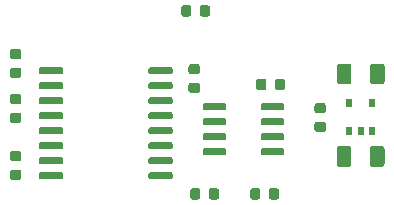
<source format=gbr>
G04 #@! TF.GenerationSoftware,KiCad,Pcbnew,(5.1.4)-1*
G04 #@! TF.CreationDate,2019-12-12T20:06:14+09:00*
G04 #@! TF.ProjectId,microcar_head,6d696372-6f63-4617-925f-686561642e6b,rev?*
G04 #@! TF.SameCoordinates,Original*
G04 #@! TF.FileFunction,Paste,Top*
G04 #@! TF.FilePolarity,Positive*
%FSLAX46Y46*%
G04 Gerber Fmt 4.6, Leading zero omitted, Abs format (unit mm)*
G04 Created by KiCad (PCBNEW (5.1.4)-1) date 2019-12-12 20:06:14*
%MOMM*%
%LPD*%
G04 APERTURE LIST*
%ADD10C,0.100000*%
%ADD11C,0.875000*%
%ADD12C,0.600000*%
%ADD13R,0.510000X0.700000*%
%ADD14C,1.250000*%
G04 APERTURE END LIST*
D10*
G36*
X36409691Y-56930053D02*
G01*
X36430926Y-56933203D01*
X36451750Y-56938419D01*
X36471962Y-56945651D01*
X36491368Y-56954830D01*
X36509781Y-56965866D01*
X36527024Y-56978654D01*
X36542930Y-56993070D01*
X36557346Y-57008976D01*
X36570134Y-57026219D01*
X36581170Y-57044632D01*
X36590349Y-57064038D01*
X36597581Y-57084250D01*
X36602797Y-57105074D01*
X36605947Y-57126309D01*
X36607000Y-57147750D01*
X36607000Y-57660250D01*
X36605947Y-57681691D01*
X36602797Y-57702926D01*
X36597581Y-57723750D01*
X36590349Y-57743962D01*
X36581170Y-57763368D01*
X36570134Y-57781781D01*
X36557346Y-57799024D01*
X36542930Y-57814930D01*
X36527024Y-57829346D01*
X36509781Y-57842134D01*
X36491368Y-57853170D01*
X36471962Y-57862349D01*
X36451750Y-57869581D01*
X36430926Y-57874797D01*
X36409691Y-57877947D01*
X36388250Y-57879000D01*
X35950750Y-57879000D01*
X35929309Y-57877947D01*
X35908074Y-57874797D01*
X35887250Y-57869581D01*
X35867038Y-57862349D01*
X35847632Y-57853170D01*
X35829219Y-57842134D01*
X35811976Y-57829346D01*
X35796070Y-57814930D01*
X35781654Y-57799024D01*
X35768866Y-57781781D01*
X35757830Y-57763368D01*
X35748651Y-57743962D01*
X35741419Y-57723750D01*
X35736203Y-57702926D01*
X35733053Y-57681691D01*
X35732000Y-57660250D01*
X35732000Y-57147750D01*
X35733053Y-57126309D01*
X35736203Y-57105074D01*
X35741419Y-57084250D01*
X35748651Y-57064038D01*
X35757830Y-57044632D01*
X35768866Y-57026219D01*
X35781654Y-57008976D01*
X35796070Y-56993070D01*
X35811976Y-56978654D01*
X35829219Y-56965866D01*
X35847632Y-56954830D01*
X35867038Y-56945651D01*
X35887250Y-56938419D01*
X35908074Y-56933203D01*
X35929309Y-56930053D01*
X35950750Y-56929000D01*
X36388250Y-56929000D01*
X36409691Y-56930053D01*
X36409691Y-56930053D01*
G37*
D11*
X36169500Y-57404000D03*
D10*
G36*
X37984691Y-56930053D02*
G01*
X38005926Y-56933203D01*
X38026750Y-56938419D01*
X38046962Y-56945651D01*
X38066368Y-56954830D01*
X38084781Y-56965866D01*
X38102024Y-56978654D01*
X38117930Y-56993070D01*
X38132346Y-57008976D01*
X38145134Y-57026219D01*
X38156170Y-57044632D01*
X38165349Y-57064038D01*
X38172581Y-57084250D01*
X38177797Y-57105074D01*
X38180947Y-57126309D01*
X38182000Y-57147750D01*
X38182000Y-57660250D01*
X38180947Y-57681691D01*
X38177797Y-57702926D01*
X38172581Y-57723750D01*
X38165349Y-57743962D01*
X38156170Y-57763368D01*
X38145134Y-57781781D01*
X38132346Y-57799024D01*
X38117930Y-57814930D01*
X38102024Y-57829346D01*
X38084781Y-57842134D01*
X38066368Y-57853170D01*
X38046962Y-57862349D01*
X38026750Y-57869581D01*
X38005926Y-57874797D01*
X37984691Y-57877947D01*
X37963250Y-57879000D01*
X37525750Y-57879000D01*
X37504309Y-57877947D01*
X37483074Y-57874797D01*
X37462250Y-57869581D01*
X37442038Y-57862349D01*
X37422632Y-57853170D01*
X37404219Y-57842134D01*
X37386976Y-57829346D01*
X37371070Y-57814930D01*
X37356654Y-57799024D01*
X37343866Y-57781781D01*
X37332830Y-57763368D01*
X37323651Y-57743962D01*
X37316419Y-57723750D01*
X37311203Y-57702926D01*
X37308053Y-57681691D01*
X37307000Y-57660250D01*
X37307000Y-57147750D01*
X37308053Y-57126309D01*
X37311203Y-57105074D01*
X37316419Y-57084250D01*
X37323651Y-57064038D01*
X37332830Y-57044632D01*
X37343866Y-57026219D01*
X37356654Y-57008976D01*
X37371070Y-56993070D01*
X37386976Y-56978654D01*
X37404219Y-56965866D01*
X37422632Y-56954830D01*
X37442038Y-56945651D01*
X37462250Y-56938419D01*
X37483074Y-56933203D01*
X37504309Y-56930053D01*
X37525750Y-56929000D01*
X37963250Y-56929000D01*
X37984691Y-56930053D01*
X37984691Y-56930053D01*
G37*
D11*
X37744500Y-57404000D03*
D10*
G36*
X43064691Y-56930053D02*
G01*
X43085926Y-56933203D01*
X43106750Y-56938419D01*
X43126962Y-56945651D01*
X43146368Y-56954830D01*
X43164781Y-56965866D01*
X43182024Y-56978654D01*
X43197930Y-56993070D01*
X43212346Y-57008976D01*
X43225134Y-57026219D01*
X43236170Y-57044632D01*
X43245349Y-57064038D01*
X43252581Y-57084250D01*
X43257797Y-57105074D01*
X43260947Y-57126309D01*
X43262000Y-57147750D01*
X43262000Y-57660250D01*
X43260947Y-57681691D01*
X43257797Y-57702926D01*
X43252581Y-57723750D01*
X43245349Y-57743962D01*
X43236170Y-57763368D01*
X43225134Y-57781781D01*
X43212346Y-57799024D01*
X43197930Y-57814930D01*
X43182024Y-57829346D01*
X43164781Y-57842134D01*
X43146368Y-57853170D01*
X43126962Y-57862349D01*
X43106750Y-57869581D01*
X43085926Y-57874797D01*
X43064691Y-57877947D01*
X43043250Y-57879000D01*
X42605750Y-57879000D01*
X42584309Y-57877947D01*
X42563074Y-57874797D01*
X42542250Y-57869581D01*
X42522038Y-57862349D01*
X42502632Y-57853170D01*
X42484219Y-57842134D01*
X42466976Y-57829346D01*
X42451070Y-57814930D01*
X42436654Y-57799024D01*
X42423866Y-57781781D01*
X42412830Y-57763368D01*
X42403651Y-57743962D01*
X42396419Y-57723750D01*
X42391203Y-57702926D01*
X42388053Y-57681691D01*
X42387000Y-57660250D01*
X42387000Y-57147750D01*
X42388053Y-57126309D01*
X42391203Y-57105074D01*
X42396419Y-57084250D01*
X42403651Y-57064038D01*
X42412830Y-57044632D01*
X42423866Y-57026219D01*
X42436654Y-57008976D01*
X42451070Y-56993070D01*
X42466976Y-56978654D01*
X42484219Y-56965866D01*
X42502632Y-56954830D01*
X42522038Y-56945651D01*
X42542250Y-56938419D01*
X42563074Y-56933203D01*
X42584309Y-56930053D01*
X42605750Y-56929000D01*
X43043250Y-56929000D01*
X43064691Y-56930053D01*
X43064691Y-56930053D01*
G37*
D11*
X42824500Y-57404000D03*
D10*
G36*
X41489691Y-56930053D02*
G01*
X41510926Y-56933203D01*
X41531750Y-56938419D01*
X41551962Y-56945651D01*
X41571368Y-56954830D01*
X41589781Y-56965866D01*
X41607024Y-56978654D01*
X41622930Y-56993070D01*
X41637346Y-57008976D01*
X41650134Y-57026219D01*
X41661170Y-57044632D01*
X41670349Y-57064038D01*
X41677581Y-57084250D01*
X41682797Y-57105074D01*
X41685947Y-57126309D01*
X41687000Y-57147750D01*
X41687000Y-57660250D01*
X41685947Y-57681691D01*
X41682797Y-57702926D01*
X41677581Y-57723750D01*
X41670349Y-57743962D01*
X41661170Y-57763368D01*
X41650134Y-57781781D01*
X41637346Y-57799024D01*
X41622930Y-57814930D01*
X41607024Y-57829346D01*
X41589781Y-57842134D01*
X41571368Y-57853170D01*
X41551962Y-57862349D01*
X41531750Y-57869581D01*
X41510926Y-57874797D01*
X41489691Y-57877947D01*
X41468250Y-57879000D01*
X41030750Y-57879000D01*
X41009309Y-57877947D01*
X40988074Y-57874797D01*
X40967250Y-57869581D01*
X40947038Y-57862349D01*
X40927632Y-57853170D01*
X40909219Y-57842134D01*
X40891976Y-57829346D01*
X40876070Y-57814930D01*
X40861654Y-57799024D01*
X40848866Y-57781781D01*
X40837830Y-57763368D01*
X40828651Y-57743962D01*
X40821419Y-57723750D01*
X40816203Y-57702926D01*
X40813053Y-57681691D01*
X40812000Y-57660250D01*
X40812000Y-57147750D01*
X40813053Y-57126309D01*
X40816203Y-57105074D01*
X40821419Y-57084250D01*
X40828651Y-57064038D01*
X40837830Y-57044632D01*
X40848866Y-57026219D01*
X40861654Y-57008976D01*
X40876070Y-56993070D01*
X40891976Y-56978654D01*
X40909219Y-56965866D01*
X40927632Y-56954830D01*
X40947038Y-56945651D01*
X40967250Y-56938419D01*
X40988074Y-56933203D01*
X41009309Y-56930053D01*
X41030750Y-56929000D01*
X41468250Y-56929000D01*
X41489691Y-56930053D01*
X41489691Y-56930053D01*
G37*
D11*
X41249500Y-57404000D03*
D10*
G36*
X21232691Y-55342053D02*
G01*
X21253926Y-55345203D01*
X21274750Y-55350419D01*
X21294962Y-55357651D01*
X21314368Y-55366830D01*
X21332781Y-55377866D01*
X21350024Y-55390654D01*
X21365930Y-55405070D01*
X21380346Y-55420976D01*
X21393134Y-55438219D01*
X21404170Y-55456632D01*
X21413349Y-55476038D01*
X21420581Y-55496250D01*
X21425797Y-55517074D01*
X21428947Y-55538309D01*
X21430000Y-55559750D01*
X21430000Y-55997250D01*
X21428947Y-56018691D01*
X21425797Y-56039926D01*
X21420581Y-56060750D01*
X21413349Y-56080962D01*
X21404170Y-56100368D01*
X21393134Y-56118781D01*
X21380346Y-56136024D01*
X21365930Y-56151930D01*
X21350024Y-56166346D01*
X21332781Y-56179134D01*
X21314368Y-56190170D01*
X21294962Y-56199349D01*
X21274750Y-56206581D01*
X21253926Y-56211797D01*
X21232691Y-56214947D01*
X21211250Y-56216000D01*
X20698750Y-56216000D01*
X20677309Y-56214947D01*
X20656074Y-56211797D01*
X20635250Y-56206581D01*
X20615038Y-56199349D01*
X20595632Y-56190170D01*
X20577219Y-56179134D01*
X20559976Y-56166346D01*
X20544070Y-56151930D01*
X20529654Y-56136024D01*
X20516866Y-56118781D01*
X20505830Y-56100368D01*
X20496651Y-56080962D01*
X20489419Y-56060750D01*
X20484203Y-56039926D01*
X20481053Y-56018691D01*
X20480000Y-55997250D01*
X20480000Y-55559750D01*
X20481053Y-55538309D01*
X20484203Y-55517074D01*
X20489419Y-55496250D01*
X20496651Y-55476038D01*
X20505830Y-55456632D01*
X20516866Y-55438219D01*
X20529654Y-55420976D01*
X20544070Y-55405070D01*
X20559976Y-55390654D01*
X20577219Y-55377866D01*
X20595632Y-55366830D01*
X20615038Y-55357651D01*
X20635250Y-55350419D01*
X20656074Y-55345203D01*
X20677309Y-55342053D01*
X20698750Y-55341000D01*
X21211250Y-55341000D01*
X21232691Y-55342053D01*
X21232691Y-55342053D01*
G37*
D11*
X20955000Y-55778500D03*
D10*
G36*
X21232691Y-53767053D02*
G01*
X21253926Y-53770203D01*
X21274750Y-53775419D01*
X21294962Y-53782651D01*
X21314368Y-53791830D01*
X21332781Y-53802866D01*
X21350024Y-53815654D01*
X21365930Y-53830070D01*
X21380346Y-53845976D01*
X21393134Y-53863219D01*
X21404170Y-53881632D01*
X21413349Y-53901038D01*
X21420581Y-53921250D01*
X21425797Y-53942074D01*
X21428947Y-53963309D01*
X21430000Y-53984750D01*
X21430000Y-54422250D01*
X21428947Y-54443691D01*
X21425797Y-54464926D01*
X21420581Y-54485750D01*
X21413349Y-54505962D01*
X21404170Y-54525368D01*
X21393134Y-54543781D01*
X21380346Y-54561024D01*
X21365930Y-54576930D01*
X21350024Y-54591346D01*
X21332781Y-54604134D01*
X21314368Y-54615170D01*
X21294962Y-54624349D01*
X21274750Y-54631581D01*
X21253926Y-54636797D01*
X21232691Y-54639947D01*
X21211250Y-54641000D01*
X20698750Y-54641000D01*
X20677309Y-54639947D01*
X20656074Y-54636797D01*
X20635250Y-54631581D01*
X20615038Y-54624349D01*
X20595632Y-54615170D01*
X20577219Y-54604134D01*
X20559976Y-54591346D01*
X20544070Y-54576930D01*
X20529654Y-54561024D01*
X20516866Y-54543781D01*
X20505830Y-54525368D01*
X20496651Y-54505962D01*
X20489419Y-54485750D01*
X20484203Y-54464926D01*
X20481053Y-54443691D01*
X20480000Y-54422250D01*
X20480000Y-53984750D01*
X20481053Y-53963309D01*
X20484203Y-53942074D01*
X20489419Y-53921250D01*
X20496651Y-53901038D01*
X20505830Y-53881632D01*
X20516866Y-53863219D01*
X20529654Y-53845976D01*
X20544070Y-53830070D01*
X20559976Y-53815654D01*
X20577219Y-53802866D01*
X20595632Y-53791830D01*
X20615038Y-53782651D01*
X20635250Y-53775419D01*
X20656074Y-53770203D01*
X20677309Y-53767053D01*
X20698750Y-53766000D01*
X21211250Y-53766000D01*
X21232691Y-53767053D01*
X21232691Y-53767053D01*
G37*
D11*
X20955000Y-54203500D03*
D10*
G36*
X47013691Y-49703053D02*
G01*
X47034926Y-49706203D01*
X47055750Y-49711419D01*
X47075962Y-49718651D01*
X47095368Y-49727830D01*
X47113781Y-49738866D01*
X47131024Y-49751654D01*
X47146930Y-49766070D01*
X47161346Y-49781976D01*
X47174134Y-49799219D01*
X47185170Y-49817632D01*
X47194349Y-49837038D01*
X47201581Y-49857250D01*
X47206797Y-49878074D01*
X47209947Y-49899309D01*
X47211000Y-49920750D01*
X47211000Y-50358250D01*
X47209947Y-50379691D01*
X47206797Y-50400926D01*
X47201581Y-50421750D01*
X47194349Y-50441962D01*
X47185170Y-50461368D01*
X47174134Y-50479781D01*
X47161346Y-50497024D01*
X47146930Y-50512930D01*
X47131024Y-50527346D01*
X47113781Y-50540134D01*
X47095368Y-50551170D01*
X47075962Y-50560349D01*
X47055750Y-50567581D01*
X47034926Y-50572797D01*
X47013691Y-50575947D01*
X46992250Y-50577000D01*
X46479750Y-50577000D01*
X46458309Y-50575947D01*
X46437074Y-50572797D01*
X46416250Y-50567581D01*
X46396038Y-50560349D01*
X46376632Y-50551170D01*
X46358219Y-50540134D01*
X46340976Y-50527346D01*
X46325070Y-50512930D01*
X46310654Y-50497024D01*
X46297866Y-50479781D01*
X46286830Y-50461368D01*
X46277651Y-50441962D01*
X46270419Y-50421750D01*
X46265203Y-50400926D01*
X46262053Y-50379691D01*
X46261000Y-50358250D01*
X46261000Y-49920750D01*
X46262053Y-49899309D01*
X46265203Y-49878074D01*
X46270419Y-49857250D01*
X46277651Y-49837038D01*
X46286830Y-49817632D01*
X46297866Y-49799219D01*
X46310654Y-49781976D01*
X46325070Y-49766070D01*
X46340976Y-49751654D01*
X46358219Y-49738866D01*
X46376632Y-49727830D01*
X46396038Y-49718651D01*
X46416250Y-49711419D01*
X46437074Y-49706203D01*
X46458309Y-49703053D01*
X46479750Y-49702000D01*
X46992250Y-49702000D01*
X47013691Y-49703053D01*
X47013691Y-49703053D01*
G37*
D11*
X46736000Y-50139500D03*
D10*
G36*
X47013691Y-51278053D02*
G01*
X47034926Y-51281203D01*
X47055750Y-51286419D01*
X47075962Y-51293651D01*
X47095368Y-51302830D01*
X47113781Y-51313866D01*
X47131024Y-51326654D01*
X47146930Y-51341070D01*
X47161346Y-51356976D01*
X47174134Y-51374219D01*
X47185170Y-51392632D01*
X47194349Y-51412038D01*
X47201581Y-51432250D01*
X47206797Y-51453074D01*
X47209947Y-51474309D01*
X47211000Y-51495750D01*
X47211000Y-51933250D01*
X47209947Y-51954691D01*
X47206797Y-51975926D01*
X47201581Y-51996750D01*
X47194349Y-52016962D01*
X47185170Y-52036368D01*
X47174134Y-52054781D01*
X47161346Y-52072024D01*
X47146930Y-52087930D01*
X47131024Y-52102346D01*
X47113781Y-52115134D01*
X47095368Y-52126170D01*
X47075962Y-52135349D01*
X47055750Y-52142581D01*
X47034926Y-52147797D01*
X47013691Y-52150947D01*
X46992250Y-52152000D01*
X46479750Y-52152000D01*
X46458309Y-52150947D01*
X46437074Y-52147797D01*
X46416250Y-52142581D01*
X46396038Y-52135349D01*
X46376632Y-52126170D01*
X46358219Y-52115134D01*
X46340976Y-52102346D01*
X46325070Y-52087930D01*
X46310654Y-52072024D01*
X46297866Y-52054781D01*
X46286830Y-52036368D01*
X46277651Y-52016962D01*
X46270419Y-51996750D01*
X46265203Y-51975926D01*
X46262053Y-51954691D01*
X46261000Y-51933250D01*
X46261000Y-51495750D01*
X46262053Y-51474309D01*
X46265203Y-51453074D01*
X46270419Y-51432250D01*
X46277651Y-51412038D01*
X46286830Y-51392632D01*
X46297866Y-51374219D01*
X46310654Y-51356976D01*
X46325070Y-51341070D01*
X46340976Y-51326654D01*
X46358219Y-51313866D01*
X46376632Y-51302830D01*
X46396038Y-51293651D01*
X46416250Y-51286419D01*
X46437074Y-51281203D01*
X46458309Y-51278053D01*
X46479750Y-51277000D01*
X46992250Y-51277000D01*
X47013691Y-51278053D01*
X47013691Y-51278053D01*
G37*
D11*
X46736000Y-51714500D03*
D10*
G36*
X43573703Y-49738722D02*
G01*
X43588264Y-49740882D01*
X43602543Y-49744459D01*
X43616403Y-49749418D01*
X43629710Y-49755712D01*
X43642336Y-49763280D01*
X43654159Y-49772048D01*
X43665066Y-49781934D01*
X43674952Y-49792841D01*
X43683720Y-49804664D01*
X43691288Y-49817290D01*
X43697582Y-49830597D01*
X43702541Y-49844457D01*
X43706118Y-49858736D01*
X43708278Y-49873297D01*
X43709000Y-49888000D01*
X43709000Y-50188000D01*
X43708278Y-50202703D01*
X43706118Y-50217264D01*
X43702541Y-50231543D01*
X43697582Y-50245403D01*
X43691288Y-50258710D01*
X43683720Y-50271336D01*
X43674952Y-50283159D01*
X43665066Y-50294066D01*
X43654159Y-50303952D01*
X43642336Y-50312720D01*
X43629710Y-50320288D01*
X43616403Y-50326582D01*
X43602543Y-50331541D01*
X43588264Y-50335118D01*
X43573703Y-50337278D01*
X43559000Y-50338000D01*
X41909000Y-50338000D01*
X41894297Y-50337278D01*
X41879736Y-50335118D01*
X41865457Y-50331541D01*
X41851597Y-50326582D01*
X41838290Y-50320288D01*
X41825664Y-50312720D01*
X41813841Y-50303952D01*
X41802934Y-50294066D01*
X41793048Y-50283159D01*
X41784280Y-50271336D01*
X41776712Y-50258710D01*
X41770418Y-50245403D01*
X41765459Y-50231543D01*
X41761882Y-50217264D01*
X41759722Y-50202703D01*
X41759000Y-50188000D01*
X41759000Y-49888000D01*
X41759722Y-49873297D01*
X41761882Y-49858736D01*
X41765459Y-49844457D01*
X41770418Y-49830597D01*
X41776712Y-49817290D01*
X41784280Y-49804664D01*
X41793048Y-49792841D01*
X41802934Y-49781934D01*
X41813841Y-49772048D01*
X41825664Y-49763280D01*
X41838290Y-49755712D01*
X41851597Y-49749418D01*
X41865457Y-49744459D01*
X41879736Y-49740882D01*
X41894297Y-49738722D01*
X41909000Y-49738000D01*
X43559000Y-49738000D01*
X43573703Y-49738722D01*
X43573703Y-49738722D01*
G37*
D12*
X42734000Y-50038000D03*
D10*
G36*
X43573703Y-51008722D02*
G01*
X43588264Y-51010882D01*
X43602543Y-51014459D01*
X43616403Y-51019418D01*
X43629710Y-51025712D01*
X43642336Y-51033280D01*
X43654159Y-51042048D01*
X43665066Y-51051934D01*
X43674952Y-51062841D01*
X43683720Y-51074664D01*
X43691288Y-51087290D01*
X43697582Y-51100597D01*
X43702541Y-51114457D01*
X43706118Y-51128736D01*
X43708278Y-51143297D01*
X43709000Y-51158000D01*
X43709000Y-51458000D01*
X43708278Y-51472703D01*
X43706118Y-51487264D01*
X43702541Y-51501543D01*
X43697582Y-51515403D01*
X43691288Y-51528710D01*
X43683720Y-51541336D01*
X43674952Y-51553159D01*
X43665066Y-51564066D01*
X43654159Y-51573952D01*
X43642336Y-51582720D01*
X43629710Y-51590288D01*
X43616403Y-51596582D01*
X43602543Y-51601541D01*
X43588264Y-51605118D01*
X43573703Y-51607278D01*
X43559000Y-51608000D01*
X41909000Y-51608000D01*
X41894297Y-51607278D01*
X41879736Y-51605118D01*
X41865457Y-51601541D01*
X41851597Y-51596582D01*
X41838290Y-51590288D01*
X41825664Y-51582720D01*
X41813841Y-51573952D01*
X41802934Y-51564066D01*
X41793048Y-51553159D01*
X41784280Y-51541336D01*
X41776712Y-51528710D01*
X41770418Y-51515403D01*
X41765459Y-51501543D01*
X41761882Y-51487264D01*
X41759722Y-51472703D01*
X41759000Y-51458000D01*
X41759000Y-51158000D01*
X41759722Y-51143297D01*
X41761882Y-51128736D01*
X41765459Y-51114457D01*
X41770418Y-51100597D01*
X41776712Y-51087290D01*
X41784280Y-51074664D01*
X41793048Y-51062841D01*
X41802934Y-51051934D01*
X41813841Y-51042048D01*
X41825664Y-51033280D01*
X41838290Y-51025712D01*
X41851597Y-51019418D01*
X41865457Y-51014459D01*
X41879736Y-51010882D01*
X41894297Y-51008722D01*
X41909000Y-51008000D01*
X43559000Y-51008000D01*
X43573703Y-51008722D01*
X43573703Y-51008722D01*
G37*
D12*
X42734000Y-51308000D03*
D10*
G36*
X43573703Y-52278722D02*
G01*
X43588264Y-52280882D01*
X43602543Y-52284459D01*
X43616403Y-52289418D01*
X43629710Y-52295712D01*
X43642336Y-52303280D01*
X43654159Y-52312048D01*
X43665066Y-52321934D01*
X43674952Y-52332841D01*
X43683720Y-52344664D01*
X43691288Y-52357290D01*
X43697582Y-52370597D01*
X43702541Y-52384457D01*
X43706118Y-52398736D01*
X43708278Y-52413297D01*
X43709000Y-52428000D01*
X43709000Y-52728000D01*
X43708278Y-52742703D01*
X43706118Y-52757264D01*
X43702541Y-52771543D01*
X43697582Y-52785403D01*
X43691288Y-52798710D01*
X43683720Y-52811336D01*
X43674952Y-52823159D01*
X43665066Y-52834066D01*
X43654159Y-52843952D01*
X43642336Y-52852720D01*
X43629710Y-52860288D01*
X43616403Y-52866582D01*
X43602543Y-52871541D01*
X43588264Y-52875118D01*
X43573703Y-52877278D01*
X43559000Y-52878000D01*
X41909000Y-52878000D01*
X41894297Y-52877278D01*
X41879736Y-52875118D01*
X41865457Y-52871541D01*
X41851597Y-52866582D01*
X41838290Y-52860288D01*
X41825664Y-52852720D01*
X41813841Y-52843952D01*
X41802934Y-52834066D01*
X41793048Y-52823159D01*
X41784280Y-52811336D01*
X41776712Y-52798710D01*
X41770418Y-52785403D01*
X41765459Y-52771543D01*
X41761882Y-52757264D01*
X41759722Y-52742703D01*
X41759000Y-52728000D01*
X41759000Y-52428000D01*
X41759722Y-52413297D01*
X41761882Y-52398736D01*
X41765459Y-52384457D01*
X41770418Y-52370597D01*
X41776712Y-52357290D01*
X41784280Y-52344664D01*
X41793048Y-52332841D01*
X41802934Y-52321934D01*
X41813841Y-52312048D01*
X41825664Y-52303280D01*
X41838290Y-52295712D01*
X41851597Y-52289418D01*
X41865457Y-52284459D01*
X41879736Y-52280882D01*
X41894297Y-52278722D01*
X41909000Y-52278000D01*
X43559000Y-52278000D01*
X43573703Y-52278722D01*
X43573703Y-52278722D01*
G37*
D12*
X42734000Y-52578000D03*
D10*
G36*
X43573703Y-53548722D02*
G01*
X43588264Y-53550882D01*
X43602543Y-53554459D01*
X43616403Y-53559418D01*
X43629710Y-53565712D01*
X43642336Y-53573280D01*
X43654159Y-53582048D01*
X43665066Y-53591934D01*
X43674952Y-53602841D01*
X43683720Y-53614664D01*
X43691288Y-53627290D01*
X43697582Y-53640597D01*
X43702541Y-53654457D01*
X43706118Y-53668736D01*
X43708278Y-53683297D01*
X43709000Y-53698000D01*
X43709000Y-53998000D01*
X43708278Y-54012703D01*
X43706118Y-54027264D01*
X43702541Y-54041543D01*
X43697582Y-54055403D01*
X43691288Y-54068710D01*
X43683720Y-54081336D01*
X43674952Y-54093159D01*
X43665066Y-54104066D01*
X43654159Y-54113952D01*
X43642336Y-54122720D01*
X43629710Y-54130288D01*
X43616403Y-54136582D01*
X43602543Y-54141541D01*
X43588264Y-54145118D01*
X43573703Y-54147278D01*
X43559000Y-54148000D01*
X41909000Y-54148000D01*
X41894297Y-54147278D01*
X41879736Y-54145118D01*
X41865457Y-54141541D01*
X41851597Y-54136582D01*
X41838290Y-54130288D01*
X41825664Y-54122720D01*
X41813841Y-54113952D01*
X41802934Y-54104066D01*
X41793048Y-54093159D01*
X41784280Y-54081336D01*
X41776712Y-54068710D01*
X41770418Y-54055403D01*
X41765459Y-54041543D01*
X41761882Y-54027264D01*
X41759722Y-54012703D01*
X41759000Y-53998000D01*
X41759000Y-53698000D01*
X41759722Y-53683297D01*
X41761882Y-53668736D01*
X41765459Y-53654457D01*
X41770418Y-53640597D01*
X41776712Y-53627290D01*
X41784280Y-53614664D01*
X41793048Y-53602841D01*
X41802934Y-53591934D01*
X41813841Y-53582048D01*
X41825664Y-53573280D01*
X41838290Y-53565712D01*
X41851597Y-53559418D01*
X41865457Y-53554459D01*
X41879736Y-53550882D01*
X41894297Y-53548722D01*
X41909000Y-53548000D01*
X43559000Y-53548000D01*
X43573703Y-53548722D01*
X43573703Y-53548722D01*
G37*
D12*
X42734000Y-53848000D03*
D10*
G36*
X38623703Y-53548722D02*
G01*
X38638264Y-53550882D01*
X38652543Y-53554459D01*
X38666403Y-53559418D01*
X38679710Y-53565712D01*
X38692336Y-53573280D01*
X38704159Y-53582048D01*
X38715066Y-53591934D01*
X38724952Y-53602841D01*
X38733720Y-53614664D01*
X38741288Y-53627290D01*
X38747582Y-53640597D01*
X38752541Y-53654457D01*
X38756118Y-53668736D01*
X38758278Y-53683297D01*
X38759000Y-53698000D01*
X38759000Y-53998000D01*
X38758278Y-54012703D01*
X38756118Y-54027264D01*
X38752541Y-54041543D01*
X38747582Y-54055403D01*
X38741288Y-54068710D01*
X38733720Y-54081336D01*
X38724952Y-54093159D01*
X38715066Y-54104066D01*
X38704159Y-54113952D01*
X38692336Y-54122720D01*
X38679710Y-54130288D01*
X38666403Y-54136582D01*
X38652543Y-54141541D01*
X38638264Y-54145118D01*
X38623703Y-54147278D01*
X38609000Y-54148000D01*
X36959000Y-54148000D01*
X36944297Y-54147278D01*
X36929736Y-54145118D01*
X36915457Y-54141541D01*
X36901597Y-54136582D01*
X36888290Y-54130288D01*
X36875664Y-54122720D01*
X36863841Y-54113952D01*
X36852934Y-54104066D01*
X36843048Y-54093159D01*
X36834280Y-54081336D01*
X36826712Y-54068710D01*
X36820418Y-54055403D01*
X36815459Y-54041543D01*
X36811882Y-54027264D01*
X36809722Y-54012703D01*
X36809000Y-53998000D01*
X36809000Y-53698000D01*
X36809722Y-53683297D01*
X36811882Y-53668736D01*
X36815459Y-53654457D01*
X36820418Y-53640597D01*
X36826712Y-53627290D01*
X36834280Y-53614664D01*
X36843048Y-53602841D01*
X36852934Y-53591934D01*
X36863841Y-53582048D01*
X36875664Y-53573280D01*
X36888290Y-53565712D01*
X36901597Y-53559418D01*
X36915457Y-53554459D01*
X36929736Y-53550882D01*
X36944297Y-53548722D01*
X36959000Y-53548000D01*
X38609000Y-53548000D01*
X38623703Y-53548722D01*
X38623703Y-53548722D01*
G37*
D12*
X37784000Y-53848000D03*
D10*
G36*
X38623703Y-52278722D02*
G01*
X38638264Y-52280882D01*
X38652543Y-52284459D01*
X38666403Y-52289418D01*
X38679710Y-52295712D01*
X38692336Y-52303280D01*
X38704159Y-52312048D01*
X38715066Y-52321934D01*
X38724952Y-52332841D01*
X38733720Y-52344664D01*
X38741288Y-52357290D01*
X38747582Y-52370597D01*
X38752541Y-52384457D01*
X38756118Y-52398736D01*
X38758278Y-52413297D01*
X38759000Y-52428000D01*
X38759000Y-52728000D01*
X38758278Y-52742703D01*
X38756118Y-52757264D01*
X38752541Y-52771543D01*
X38747582Y-52785403D01*
X38741288Y-52798710D01*
X38733720Y-52811336D01*
X38724952Y-52823159D01*
X38715066Y-52834066D01*
X38704159Y-52843952D01*
X38692336Y-52852720D01*
X38679710Y-52860288D01*
X38666403Y-52866582D01*
X38652543Y-52871541D01*
X38638264Y-52875118D01*
X38623703Y-52877278D01*
X38609000Y-52878000D01*
X36959000Y-52878000D01*
X36944297Y-52877278D01*
X36929736Y-52875118D01*
X36915457Y-52871541D01*
X36901597Y-52866582D01*
X36888290Y-52860288D01*
X36875664Y-52852720D01*
X36863841Y-52843952D01*
X36852934Y-52834066D01*
X36843048Y-52823159D01*
X36834280Y-52811336D01*
X36826712Y-52798710D01*
X36820418Y-52785403D01*
X36815459Y-52771543D01*
X36811882Y-52757264D01*
X36809722Y-52742703D01*
X36809000Y-52728000D01*
X36809000Y-52428000D01*
X36809722Y-52413297D01*
X36811882Y-52398736D01*
X36815459Y-52384457D01*
X36820418Y-52370597D01*
X36826712Y-52357290D01*
X36834280Y-52344664D01*
X36843048Y-52332841D01*
X36852934Y-52321934D01*
X36863841Y-52312048D01*
X36875664Y-52303280D01*
X36888290Y-52295712D01*
X36901597Y-52289418D01*
X36915457Y-52284459D01*
X36929736Y-52280882D01*
X36944297Y-52278722D01*
X36959000Y-52278000D01*
X38609000Y-52278000D01*
X38623703Y-52278722D01*
X38623703Y-52278722D01*
G37*
D12*
X37784000Y-52578000D03*
D10*
G36*
X38623703Y-51008722D02*
G01*
X38638264Y-51010882D01*
X38652543Y-51014459D01*
X38666403Y-51019418D01*
X38679710Y-51025712D01*
X38692336Y-51033280D01*
X38704159Y-51042048D01*
X38715066Y-51051934D01*
X38724952Y-51062841D01*
X38733720Y-51074664D01*
X38741288Y-51087290D01*
X38747582Y-51100597D01*
X38752541Y-51114457D01*
X38756118Y-51128736D01*
X38758278Y-51143297D01*
X38759000Y-51158000D01*
X38759000Y-51458000D01*
X38758278Y-51472703D01*
X38756118Y-51487264D01*
X38752541Y-51501543D01*
X38747582Y-51515403D01*
X38741288Y-51528710D01*
X38733720Y-51541336D01*
X38724952Y-51553159D01*
X38715066Y-51564066D01*
X38704159Y-51573952D01*
X38692336Y-51582720D01*
X38679710Y-51590288D01*
X38666403Y-51596582D01*
X38652543Y-51601541D01*
X38638264Y-51605118D01*
X38623703Y-51607278D01*
X38609000Y-51608000D01*
X36959000Y-51608000D01*
X36944297Y-51607278D01*
X36929736Y-51605118D01*
X36915457Y-51601541D01*
X36901597Y-51596582D01*
X36888290Y-51590288D01*
X36875664Y-51582720D01*
X36863841Y-51573952D01*
X36852934Y-51564066D01*
X36843048Y-51553159D01*
X36834280Y-51541336D01*
X36826712Y-51528710D01*
X36820418Y-51515403D01*
X36815459Y-51501543D01*
X36811882Y-51487264D01*
X36809722Y-51472703D01*
X36809000Y-51458000D01*
X36809000Y-51158000D01*
X36809722Y-51143297D01*
X36811882Y-51128736D01*
X36815459Y-51114457D01*
X36820418Y-51100597D01*
X36826712Y-51087290D01*
X36834280Y-51074664D01*
X36843048Y-51062841D01*
X36852934Y-51051934D01*
X36863841Y-51042048D01*
X36875664Y-51033280D01*
X36888290Y-51025712D01*
X36901597Y-51019418D01*
X36915457Y-51014459D01*
X36929736Y-51010882D01*
X36944297Y-51008722D01*
X36959000Y-51008000D01*
X38609000Y-51008000D01*
X38623703Y-51008722D01*
X38623703Y-51008722D01*
G37*
D12*
X37784000Y-51308000D03*
D10*
G36*
X38623703Y-49738722D02*
G01*
X38638264Y-49740882D01*
X38652543Y-49744459D01*
X38666403Y-49749418D01*
X38679710Y-49755712D01*
X38692336Y-49763280D01*
X38704159Y-49772048D01*
X38715066Y-49781934D01*
X38724952Y-49792841D01*
X38733720Y-49804664D01*
X38741288Y-49817290D01*
X38747582Y-49830597D01*
X38752541Y-49844457D01*
X38756118Y-49858736D01*
X38758278Y-49873297D01*
X38759000Y-49888000D01*
X38759000Y-50188000D01*
X38758278Y-50202703D01*
X38756118Y-50217264D01*
X38752541Y-50231543D01*
X38747582Y-50245403D01*
X38741288Y-50258710D01*
X38733720Y-50271336D01*
X38724952Y-50283159D01*
X38715066Y-50294066D01*
X38704159Y-50303952D01*
X38692336Y-50312720D01*
X38679710Y-50320288D01*
X38666403Y-50326582D01*
X38652543Y-50331541D01*
X38638264Y-50335118D01*
X38623703Y-50337278D01*
X38609000Y-50338000D01*
X36959000Y-50338000D01*
X36944297Y-50337278D01*
X36929736Y-50335118D01*
X36915457Y-50331541D01*
X36901597Y-50326582D01*
X36888290Y-50320288D01*
X36875664Y-50312720D01*
X36863841Y-50303952D01*
X36852934Y-50294066D01*
X36843048Y-50283159D01*
X36834280Y-50271336D01*
X36826712Y-50258710D01*
X36820418Y-50245403D01*
X36815459Y-50231543D01*
X36811882Y-50217264D01*
X36809722Y-50202703D01*
X36809000Y-50188000D01*
X36809000Y-49888000D01*
X36809722Y-49873297D01*
X36811882Y-49858736D01*
X36815459Y-49844457D01*
X36820418Y-49830597D01*
X36826712Y-49817290D01*
X36834280Y-49804664D01*
X36843048Y-49792841D01*
X36852934Y-49781934D01*
X36863841Y-49772048D01*
X36875664Y-49763280D01*
X36888290Y-49755712D01*
X36901597Y-49749418D01*
X36915457Y-49744459D01*
X36929736Y-49740882D01*
X36944297Y-49738722D01*
X36959000Y-49738000D01*
X38609000Y-49738000D01*
X38623703Y-49738722D01*
X38623703Y-49738722D01*
G37*
D12*
X37784000Y-50038000D03*
D10*
G36*
X34114703Y-46690722D02*
G01*
X34129264Y-46692882D01*
X34143543Y-46696459D01*
X34157403Y-46701418D01*
X34170710Y-46707712D01*
X34183336Y-46715280D01*
X34195159Y-46724048D01*
X34206066Y-46733934D01*
X34215952Y-46744841D01*
X34224720Y-46756664D01*
X34232288Y-46769290D01*
X34238582Y-46782597D01*
X34243541Y-46796457D01*
X34247118Y-46810736D01*
X34249278Y-46825297D01*
X34250000Y-46840000D01*
X34250000Y-47140000D01*
X34249278Y-47154703D01*
X34247118Y-47169264D01*
X34243541Y-47183543D01*
X34238582Y-47197403D01*
X34232288Y-47210710D01*
X34224720Y-47223336D01*
X34215952Y-47235159D01*
X34206066Y-47246066D01*
X34195159Y-47255952D01*
X34183336Y-47264720D01*
X34170710Y-47272288D01*
X34157403Y-47278582D01*
X34143543Y-47283541D01*
X34129264Y-47287118D01*
X34114703Y-47289278D01*
X34100000Y-47290000D01*
X32350000Y-47290000D01*
X32335297Y-47289278D01*
X32320736Y-47287118D01*
X32306457Y-47283541D01*
X32292597Y-47278582D01*
X32279290Y-47272288D01*
X32266664Y-47264720D01*
X32254841Y-47255952D01*
X32243934Y-47246066D01*
X32234048Y-47235159D01*
X32225280Y-47223336D01*
X32217712Y-47210710D01*
X32211418Y-47197403D01*
X32206459Y-47183543D01*
X32202882Y-47169264D01*
X32200722Y-47154703D01*
X32200000Y-47140000D01*
X32200000Y-46840000D01*
X32200722Y-46825297D01*
X32202882Y-46810736D01*
X32206459Y-46796457D01*
X32211418Y-46782597D01*
X32217712Y-46769290D01*
X32225280Y-46756664D01*
X32234048Y-46744841D01*
X32243934Y-46733934D01*
X32254841Y-46724048D01*
X32266664Y-46715280D01*
X32279290Y-46707712D01*
X32292597Y-46701418D01*
X32306457Y-46696459D01*
X32320736Y-46692882D01*
X32335297Y-46690722D01*
X32350000Y-46690000D01*
X34100000Y-46690000D01*
X34114703Y-46690722D01*
X34114703Y-46690722D01*
G37*
D12*
X33225000Y-46990000D03*
D10*
G36*
X34114703Y-47960722D02*
G01*
X34129264Y-47962882D01*
X34143543Y-47966459D01*
X34157403Y-47971418D01*
X34170710Y-47977712D01*
X34183336Y-47985280D01*
X34195159Y-47994048D01*
X34206066Y-48003934D01*
X34215952Y-48014841D01*
X34224720Y-48026664D01*
X34232288Y-48039290D01*
X34238582Y-48052597D01*
X34243541Y-48066457D01*
X34247118Y-48080736D01*
X34249278Y-48095297D01*
X34250000Y-48110000D01*
X34250000Y-48410000D01*
X34249278Y-48424703D01*
X34247118Y-48439264D01*
X34243541Y-48453543D01*
X34238582Y-48467403D01*
X34232288Y-48480710D01*
X34224720Y-48493336D01*
X34215952Y-48505159D01*
X34206066Y-48516066D01*
X34195159Y-48525952D01*
X34183336Y-48534720D01*
X34170710Y-48542288D01*
X34157403Y-48548582D01*
X34143543Y-48553541D01*
X34129264Y-48557118D01*
X34114703Y-48559278D01*
X34100000Y-48560000D01*
X32350000Y-48560000D01*
X32335297Y-48559278D01*
X32320736Y-48557118D01*
X32306457Y-48553541D01*
X32292597Y-48548582D01*
X32279290Y-48542288D01*
X32266664Y-48534720D01*
X32254841Y-48525952D01*
X32243934Y-48516066D01*
X32234048Y-48505159D01*
X32225280Y-48493336D01*
X32217712Y-48480710D01*
X32211418Y-48467403D01*
X32206459Y-48453543D01*
X32202882Y-48439264D01*
X32200722Y-48424703D01*
X32200000Y-48410000D01*
X32200000Y-48110000D01*
X32200722Y-48095297D01*
X32202882Y-48080736D01*
X32206459Y-48066457D01*
X32211418Y-48052597D01*
X32217712Y-48039290D01*
X32225280Y-48026664D01*
X32234048Y-48014841D01*
X32243934Y-48003934D01*
X32254841Y-47994048D01*
X32266664Y-47985280D01*
X32279290Y-47977712D01*
X32292597Y-47971418D01*
X32306457Y-47966459D01*
X32320736Y-47962882D01*
X32335297Y-47960722D01*
X32350000Y-47960000D01*
X34100000Y-47960000D01*
X34114703Y-47960722D01*
X34114703Y-47960722D01*
G37*
D12*
X33225000Y-48260000D03*
D10*
G36*
X34114703Y-49230722D02*
G01*
X34129264Y-49232882D01*
X34143543Y-49236459D01*
X34157403Y-49241418D01*
X34170710Y-49247712D01*
X34183336Y-49255280D01*
X34195159Y-49264048D01*
X34206066Y-49273934D01*
X34215952Y-49284841D01*
X34224720Y-49296664D01*
X34232288Y-49309290D01*
X34238582Y-49322597D01*
X34243541Y-49336457D01*
X34247118Y-49350736D01*
X34249278Y-49365297D01*
X34250000Y-49380000D01*
X34250000Y-49680000D01*
X34249278Y-49694703D01*
X34247118Y-49709264D01*
X34243541Y-49723543D01*
X34238582Y-49737403D01*
X34232288Y-49750710D01*
X34224720Y-49763336D01*
X34215952Y-49775159D01*
X34206066Y-49786066D01*
X34195159Y-49795952D01*
X34183336Y-49804720D01*
X34170710Y-49812288D01*
X34157403Y-49818582D01*
X34143543Y-49823541D01*
X34129264Y-49827118D01*
X34114703Y-49829278D01*
X34100000Y-49830000D01*
X32350000Y-49830000D01*
X32335297Y-49829278D01*
X32320736Y-49827118D01*
X32306457Y-49823541D01*
X32292597Y-49818582D01*
X32279290Y-49812288D01*
X32266664Y-49804720D01*
X32254841Y-49795952D01*
X32243934Y-49786066D01*
X32234048Y-49775159D01*
X32225280Y-49763336D01*
X32217712Y-49750710D01*
X32211418Y-49737403D01*
X32206459Y-49723543D01*
X32202882Y-49709264D01*
X32200722Y-49694703D01*
X32200000Y-49680000D01*
X32200000Y-49380000D01*
X32200722Y-49365297D01*
X32202882Y-49350736D01*
X32206459Y-49336457D01*
X32211418Y-49322597D01*
X32217712Y-49309290D01*
X32225280Y-49296664D01*
X32234048Y-49284841D01*
X32243934Y-49273934D01*
X32254841Y-49264048D01*
X32266664Y-49255280D01*
X32279290Y-49247712D01*
X32292597Y-49241418D01*
X32306457Y-49236459D01*
X32320736Y-49232882D01*
X32335297Y-49230722D01*
X32350000Y-49230000D01*
X34100000Y-49230000D01*
X34114703Y-49230722D01*
X34114703Y-49230722D01*
G37*
D12*
X33225000Y-49530000D03*
D10*
G36*
X34114703Y-50500722D02*
G01*
X34129264Y-50502882D01*
X34143543Y-50506459D01*
X34157403Y-50511418D01*
X34170710Y-50517712D01*
X34183336Y-50525280D01*
X34195159Y-50534048D01*
X34206066Y-50543934D01*
X34215952Y-50554841D01*
X34224720Y-50566664D01*
X34232288Y-50579290D01*
X34238582Y-50592597D01*
X34243541Y-50606457D01*
X34247118Y-50620736D01*
X34249278Y-50635297D01*
X34250000Y-50650000D01*
X34250000Y-50950000D01*
X34249278Y-50964703D01*
X34247118Y-50979264D01*
X34243541Y-50993543D01*
X34238582Y-51007403D01*
X34232288Y-51020710D01*
X34224720Y-51033336D01*
X34215952Y-51045159D01*
X34206066Y-51056066D01*
X34195159Y-51065952D01*
X34183336Y-51074720D01*
X34170710Y-51082288D01*
X34157403Y-51088582D01*
X34143543Y-51093541D01*
X34129264Y-51097118D01*
X34114703Y-51099278D01*
X34100000Y-51100000D01*
X32350000Y-51100000D01*
X32335297Y-51099278D01*
X32320736Y-51097118D01*
X32306457Y-51093541D01*
X32292597Y-51088582D01*
X32279290Y-51082288D01*
X32266664Y-51074720D01*
X32254841Y-51065952D01*
X32243934Y-51056066D01*
X32234048Y-51045159D01*
X32225280Y-51033336D01*
X32217712Y-51020710D01*
X32211418Y-51007403D01*
X32206459Y-50993543D01*
X32202882Y-50979264D01*
X32200722Y-50964703D01*
X32200000Y-50950000D01*
X32200000Y-50650000D01*
X32200722Y-50635297D01*
X32202882Y-50620736D01*
X32206459Y-50606457D01*
X32211418Y-50592597D01*
X32217712Y-50579290D01*
X32225280Y-50566664D01*
X32234048Y-50554841D01*
X32243934Y-50543934D01*
X32254841Y-50534048D01*
X32266664Y-50525280D01*
X32279290Y-50517712D01*
X32292597Y-50511418D01*
X32306457Y-50506459D01*
X32320736Y-50502882D01*
X32335297Y-50500722D01*
X32350000Y-50500000D01*
X34100000Y-50500000D01*
X34114703Y-50500722D01*
X34114703Y-50500722D01*
G37*
D12*
X33225000Y-50800000D03*
D10*
G36*
X34114703Y-51770722D02*
G01*
X34129264Y-51772882D01*
X34143543Y-51776459D01*
X34157403Y-51781418D01*
X34170710Y-51787712D01*
X34183336Y-51795280D01*
X34195159Y-51804048D01*
X34206066Y-51813934D01*
X34215952Y-51824841D01*
X34224720Y-51836664D01*
X34232288Y-51849290D01*
X34238582Y-51862597D01*
X34243541Y-51876457D01*
X34247118Y-51890736D01*
X34249278Y-51905297D01*
X34250000Y-51920000D01*
X34250000Y-52220000D01*
X34249278Y-52234703D01*
X34247118Y-52249264D01*
X34243541Y-52263543D01*
X34238582Y-52277403D01*
X34232288Y-52290710D01*
X34224720Y-52303336D01*
X34215952Y-52315159D01*
X34206066Y-52326066D01*
X34195159Y-52335952D01*
X34183336Y-52344720D01*
X34170710Y-52352288D01*
X34157403Y-52358582D01*
X34143543Y-52363541D01*
X34129264Y-52367118D01*
X34114703Y-52369278D01*
X34100000Y-52370000D01*
X32350000Y-52370000D01*
X32335297Y-52369278D01*
X32320736Y-52367118D01*
X32306457Y-52363541D01*
X32292597Y-52358582D01*
X32279290Y-52352288D01*
X32266664Y-52344720D01*
X32254841Y-52335952D01*
X32243934Y-52326066D01*
X32234048Y-52315159D01*
X32225280Y-52303336D01*
X32217712Y-52290710D01*
X32211418Y-52277403D01*
X32206459Y-52263543D01*
X32202882Y-52249264D01*
X32200722Y-52234703D01*
X32200000Y-52220000D01*
X32200000Y-51920000D01*
X32200722Y-51905297D01*
X32202882Y-51890736D01*
X32206459Y-51876457D01*
X32211418Y-51862597D01*
X32217712Y-51849290D01*
X32225280Y-51836664D01*
X32234048Y-51824841D01*
X32243934Y-51813934D01*
X32254841Y-51804048D01*
X32266664Y-51795280D01*
X32279290Y-51787712D01*
X32292597Y-51781418D01*
X32306457Y-51776459D01*
X32320736Y-51772882D01*
X32335297Y-51770722D01*
X32350000Y-51770000D01*
X34100000Y-51770000D01*
X34114703Y-51770722D01*
X34114703Y-51770722D01*
G37*
D12*
X33225000Y-52070000D03*
D10*
G36*
X34114703Y-53040722D02*
G01*
X34129264Y-53042882D01*
X34143543Y-53046459D01*
X34157403Y-53051418D01*
X34170710Y-53057712D01*
X34183336Y-53065280D01*
X34195159Y-53074048D01*
X34206066Y-53083934D01*
X34215952Y-53094841D01*
X34224720Y-53106664D01*
X34232288Y-53119290D01*
X34238582Y-53132597D01*
X34243541Y-53146457D01*
X34247118Y-53160736D01*
X34249278Y-53175297D01*
X34250000Y-53190000D01*
X34250000Y-53490000D01*
X34249278Y-53504703D01*
X34247118Y-53519264D01*
X34243541Y-53533543D01*
X34238582Y-53547403D01*
X34232288Y-53560710D01*
X34224720Y-53573336D01*
X34215952Y-53585159D01*
X34206066Y-53596066D01*
X34195159Y-53605952D01*
X34183336Y-53614720D01*
X34170710Y-53622288D01*
X34157403Y-53628582D01*
X34143543Y-53633541D01*
X34129264Y-53637118D01*
X34114703Y-53639278D01*
X34100000Y-53640000D01*
X32350000Y-53640000D01*
X32335297Y-53639278D01*
X32320736Y-53637118D01*
X32306457Y-53633541D01*
X32292597Y-53628582D01*
X32279290Y-53622288D01*
X32266664Y-53614720D01*
X32254841Y-53605952D01*
X32243934Y-53596066D01*
X32234048Y-53585159D01*
X32225280Y-53573336D01*
X32217712Y-53560710D01*
X32211418Y-53547403D01*
X32206459Y-53533543D01*
X32202882Y-53519264D01*
X32200722Y-53504703D01*
X32200000Y-53490000D01*
X32200000Y-53190000D01*
X32200722Y-53175297D01*
X32202882Y-53160736D01*
X32206459Y-53146457D01*
X32211418Y-53132597D01*
X32217712Y-53119290D01*
X32225280Y-53106664D01*
X32234048Y-53094841D01*
X32243934Y-53083934D01*
X32254841Y-53074048D01*
X32266664Y-53065280D01*
X32279290Y-53057712D01*
X32292597Y-53051418D01*
X32306457Y-53046459D01*
X32320736Y-53042882D01*
X32335297Y-53040722D01*
X32350000Y-53040000D01*
X34100000Y-53040000D01*
X34114703Y-53040722D01*
X34114703Y-53040722D01*
G37*
D12*
X33225000Y-53340000D03*
D10*
G36*
X34114703Y-54310722D02*
G01*
X34129264Y-54312882D01*
X34143543Y-54316459D01*
X34157403Y-54321418D01*
X34170710Y-54327712D01*
X34183336Y-54335280D01*
X34195159Y-54344048D01*
X34206066Y-54353934D01*
X34215952Y-54364841D01*
X34224720Y-54376664D01*
X34232288Y-54389290D01*
X34238582Y-54402597D01*
X34243541Y-54416457D01*
X34247118Y-54430736D01*
X34249278Y-54445297D01*
X34250000Y-54460000D01*
X34250000Y-54760000D01*
X34249278Y-54774703D01*
X34247118Y-54789264D01*
X34243541Y-54803543D01*
X34238582Y-54817403D01*
X34232288Y-54830710D01*
X34224720Y-54843336D01*
X34215952Y-54855159D01*
X34206066Y-54866066D01*
X34195159Y-54875952D01*
X34183336Y-54884720D01*
X34170710Y-54892288D01*
X34157403Y-54898582D01*
X34143543Y-54903541D01*
X34129264Y-54907118D01*
X34114703Y-54909278D01*
X34100000Y-54910000D01*
X32350000Y-54910000D01*
X32335297Y-54909278D01*
X32320736Y-54907118D01*
X32306457Y-54903541D01*
X32292597Y-54898582D01*
X32279290Y-54892288D01*
X32266664Y-54884720D01*
X32254841Y-54875952D01*
X32243934Y-54866066D01*
X32234048Y-54855159D01*
X32225280Y-54843336D01*
X32217712Y-54830710D01*
X32211418Y-54817403D01*
X32206459Y-54803543D01*
X32202882Y-54789264D01*
X32200722Y-54774703D01*
X32200000Y-54760000D01*
X32200000Y-54460000D01*
X32200722Y-54445297D01*
X32202882Y-54430736D01*
X32206459Y-54416457D01*
X32211418Y-54402597D01*
X32217712Y-54389290D01*
X32225280Y-54376664D01*
X32234048Y-54364841D01*
X32243934Y-54353934D01*
X32254841Y-54344048D01*
X32266664Y-54335280D01*
X32279290Y-54327712D01*
X32292597Y-54321418D01*
X32306457Y-54316459D01*
X32320736Y-54312882D01*
X32335297Y-54310722D01*
X32350000Y-54310000D01*
X34100000Y-54310000D01*
X34114703Y-54310722D01*
X34114703Y-54310722D01*
G37*
D12*
X33225000Y-54610000D03*
D10*
G36*
X34114703Y-55580722D02*
G01*
X34129264Y-55582882D01*
X34143543Y-55586459D01*
X34157403Y-55591418D01*
X34170710Y-55597712D01*
X34183336Y-55605280D01*
X34195159Y-55614048D01*
X34206066Y-55623934D01*
X34215952Y-55634841D01*
X34224720Y-55646664D01*
X34232288Y-55659290D01*
X34238582Y-55672597D01*
X34243541Y-55686457D01*
X34247118Y-55700736D01*
X34249278Y-55715297D01*
X34250000Y-55730000D01*
X34250000Y-56030000D01*
X34249278Y-56044703D01*
X34247118Y-56059264D01*
X34243541Y-56073543D01*
X34238582Y-56087403D01*
X34232288Y-56100710D01*
X34224720Y-56113336D01*
X34215952Y-56125159D01*
X34206066Y-56136066D01*
X34195159Y-56145952D01*
X34183336Y-56154720D01*
X34170710Y-56162288D01*
X34157403Y-56168582D01*
X34143543Y-56173541D01*
X34129264Y-56177118D01*
X34114703Y-56179278D01*
X34100000Y-56180000D01*
X32350000Y-56180000D01*
X32335297Y-56179278D01*
X32320736Y-56177118D01*
X32306457Y-56173541D01*
X32292597Y-56168582D01*
X32279290Y-56162288D01*
X32266664Y-56154720D01*
X32254841Y-56145952D01*
X32243934Y-56136066D01*
X32234048Y-56125159D01*
X32225280Y-56113336D01*
X32217712Y-56100710D01*
X32211418Y-56087403D01*
X32206459Y-56073543D01*
X32202882Y-56059264D01*
X32200722Y-56044703D01*
X32200000Y-56030000D01*
X32200000Y-55730000D01*
X32200722Y-55715297D01*
X32202882Y-55700736D01*
X32206459Y-55686457D01*
X32211418Y-55672597D01*
X32217712Y-55659290D01*
X32225280Y-55646664D01*
X32234048Y-55634841D01*
X32243934Y-55623934D01*
X32254841Y-55614048D01*
X32266664Y-55605280D01*
X32279290Y-55597712D01*
X32292597Y-55591418D01*
X32306457Y-55586459D01*
X32320736Y-55582882D01*
X32335297Y-55580722D01*
X32350000Y-55580000D01*
X34100000Y-55580000D01*
X34114703Y-55580722D01*
X34114703Y-55580722D01*
G37*
D12*
X33225000Y-55880000D03*
D10*
G36*
X24814703Y-55580722D02*
G01*
X24829264Y-55582882D01*
X24843543Y-55586459D01*
X24857403Y-55591418D01*
X24870710Y-55597712D01*
X24883336Y-55605280D01*
X24895159Y-55614048D01*
X24906066Y-55623934D01*
X24915952Y-55634841D01*
X24924720Y-55646664D01*
X24932288Y-55659290D01*
X24938582Y-55672597D01*
X24943541Y-55686457D01*
X24947118Y-55700736D01*
X24949278Y-55715297D01*
X24950000Y-55730000D01*
X24950000Y-56030000D01*
X24949278Y-56044703D01*
X24947118Y-56059264D01*
X24943541Y-56073543D01*
X24938582Y-56087403D01*
X24932288Y-56100710D01*
X24924720Y-56113336D01*
X24915952Y-56125159D01*
X24906066Y-56136066D01*
X24895159Y-56145952D01*
X24883336Y-56154720D01*
X24870710Y-56162288D01*
X24857403Y-56168582D01*
X24843543Y-56173541D01*
X24829264Y-56177118D01*
X24814703Y-56179278D01*
X24800000Y-56180000D01*
X23050000Y-56180000D01*
X23035297Y-56179278D01*
X23020736Y-56177118D01*
X23006457Y-56173541D01*
X22992597Y-56168582D01*
X22979290Y-56162288D01*
X22966664Y-56154720D01*
X22954841Y-56145952D01*
X22943934Y-56136066D01*
X22934048Y-56125159D01*
X22925280Y-56113336D01*
X22917712Y-56100710D01*
X22911418Y-56087403D01*
X22906459Y-56073543D01*
X22902882Y-56059264D01*
X22900722Y-56044703D01*
X22900000Y-56030000D01*
X22900000Y-55730000D01*
X22900722Y-55715297D01*
X22902882Y-55700736D01*
X22906459Y-55686457D01*
X22911418Y-55672597D01*
X22917712Y-55659290D01*
X22925280Y-55646664D01*
X22934048Y-55634841D01*
X22943934Y-55623934D01*
X22954841Y-55614048D01*
X22966664Y-55605280D01*
X22979290Y-55597712D01*
X22992597Y-55591418D01*
X23006457Y-55586459D01*
X23020736Y-55582882D01*
X23035297Y-55580722D01*
X23050000Y-55580000D01*
X24800000Y-55580000D01*
X24814703Y-55580722D01*
X24814703Y-55580722D01*
G37*
D12*
X23925000Y-55880000D03*
D10*
G36*
X24814703Y-54310722D02*
G01*
X24829264Y-54312882D01*
X24843543Y-54316459D01*
X24857403Y-54321418D01*
X24870710Y-54327712D01*
X24883336Y-54335280D01*
X24895159Y-54344048D01*
X24906066Y-54353934D01*
X24915952Y-54364841D01*
X24924720Y-54376664D01*
X24932288Y-54389290D01*
X24938582Y-54402597D01*
X24943541Y-54416457D01*
X24947118Y-54430736D01*
X24949278Y-54445297D01*
X24950000Y-54460000D01*
X24950000Y-54760000D01*
X24949278Y-54774703D01*
X24947118Y-54789264D01*
X24943541Y-54803543D01*
X24938582Y-54817403D01*
X24932288Y-54830710D01*
X24924720Y-54843336D01*
X24915952Y-54855159D01*
X24906066Y-54866066D01*
X24895159Y-54875952D01*
X24883336Y-54884720D01*
X24870710Y-54892288D01*
X24857403Y-54898582D01*
X24843543Y-54903541D01*
X24829264Y-54907118D01*
X24814703Y-54909278D01*
X24800000Y-54910000D01*
X23050000Y-54910000D01*
X23035297Y-54909278D01*
X23020736Y-54907118D01*
X23006457Y-54903541D01*
X22992597Y-54898582D01*
X22979290Y-54892288D01*
X22966664Y-54884720D01*
X22954841Y-54875952D01*
X22943934Y-54866066D01*
X22934048Y-54855159D01*
X22925280Y-54843336D01*
X22917712Y-54830710D01*
X22911418Y-54817403D01*
X22906459Y-54803543D01*
X22902882Y-54789264D01*
X22900722Y-54774703D01*
X22900000Y-54760000D01*
X22900000Y-54460000D01*
X22900722Y-54445297D01*
X22902882Y-54430736D01*
X22906459Y-54416457D01*
X22911418Y-54402597D01*
X22917712Y-54389290D01*
X22925280Y-54376664D01*
X22934048Y-54364841D01*
X22943934Y-54353934D01*
X22954841Y-54344048D01*
X22966664Y-54335280D01*
X22979290Y-54327712D01*
X22992597Y-54321418D01*
X23006457Y-54316459D01*
X23020736Y-54312882D01*
X23035297Y-54310722D01*
X23050000Y-54310000D01*
X24800000Y-54310000D01*
X24814703Y-54310722D01*
X24814703Y-54310722D01*
G37*
D12*
X23925000Y-54610000D03*
D10*
G36*
X24814703Y-53040722D02*
G01*
X24829264Y-53042882D01*
X24843543Y-53046459D01*
X24857403Y-53051418D01*
X24870710Y-53057712D01*
X24883336Y-53065280D01*
X24895159Y-53074048D01*
X24906066Y-53083934D01*
X24915952Y-53094841D01*
X24924720Y-53106664D01*
X24932288Y-53119290D01*
X24938582Y-53132597D01*
X24943541Y-53146457D01*
X24947118Y-53160736D01*
X24949278Y-53175297D01*
X24950000Y-53190000D01*
X24950000Y-53490000D01*
X24949278Y-53504703D01*
X24947118Y-53519264D01*
X24943541Y-53533543D01*
X24938582Y-53547403D01*
X24932288Y-53560710D01*
X24924720Y-53573336D01*
X24915952Y-53585159D01*
X24906066Y-53596066D01*
X24895159Y-53605952D01*
X24883336Y-53614720D01*
X24870710Y-53622288D01*
X24857403Y-53628582D01*
X24843543Y-53633541D01*
X24829264Y-53637118D01*
X24814703Y-53639278D01*
X24800000Y-53640000D01*
X23050000Y-53640000D01*
X23035297Y-53639278D01*
X23020736Y-53637118D01*
X23006457Y-53633541D01*
X22992597Y-53628582D01*
X22979290Y-53622288D01*
X22966664Y-53614720D01*
X22954841Y-53605952D01*
X22943934Y-53596066D01*
X22934048Y-53585159D01*
X22925280Y-53573336D01*
X22917712Y-53560710D01*
X22911418Y-53547403D01*
X22906459Y-53533543D01*
X22902882Y-53519264D01*
X22900722Y-53504703D01*
X22900000Y-53490000D01*
X22900000Y-53190000D01*
X22900722Y-53175297D01*
X22902882Y-53160736D01*
X22906459Y-53146457D01*
X22911418Y-53132597D01*
X22917712Y-53119290D01*
X22925280Y-53106664D01*
X22934048Y-53094841D01*
X22943934Y-53083934D01*
X22954841Y-53074048D01*
X22966664Y-53065280D01*
X22979290Y-53057712D01*
X22992597Y-53051418D01*
X23006457Y-53046459D01*
X23020736Y-53042882D01*
X23035297Y-53040722D01*
X23050000Y-53040000D01*
X24800000Y-53040000D01*
X24814703Y-53040722D01*
X24814703Y-53040722D01*
G37*
D12*
X23925000Y-53340000D03*
D10*
G36*
X24814703Y-51770722D02*
G01*
X24829264Y-51772882D01*
X24843543Y-51776459D01*
X24857403Y-51781418D01*
X24870710Y-51787712D01*
X24883336Y-51795280D01*
X24895159Y-51804048D01*
X24906066Y-51813934D01*
X24915952Y-51824841D01*
X24924720Y-51836664D01*
X24932288Y-51849290D01*
X24938582Y-51862597D01*
X24943541Y-51876457D01*
X24947118Y-51890736D01*
X24949278Y-51905297D01*
X24950000Y-51920000D01*
X24950000Y-52220000D01*
X24949278Y-52234703D01*
X24947118Y-52249264D01*
X24943541Y-52263543D01*
X24938582Y-52277403D01*
X24932288Y-52290710D01*
X24924720Y-52303336D01*
X24915952Y-52315159D01*
X24906066Y-52326066D01*
X24895159Y-52335952D01*
X24883336Y-52344720D01*
X24870710Y-52352288D01*
X24857403Y-52358582D01*
X24843543Y-52363541D01*
X24829264Y-52367118D01*
X24814703Y-52369278D01*
X24800000Y-52370000D01*
X23050000Y-52370000D01*
X23035297Y-52369278D01*
X23020736Y-52367118D01*
X23006457Y-52363541D01*
X22992597Y-52358582D01*
X22979290Y-52352288D01*
X22966664Y-52344720D01*
X22954841Y-52335952D01*
X22943934Y-52326066D01*
X22934048Y-52315159D01*
X22925280Y-52303336D01*
X22917712Y-52290710D01*
X22911418Y-52277403D01*
X22906459Y-52263543D01*
X22902882Y-52249264D01*
X22900722Y-52234703D01*
X22900000Y-52220000D01*
X22900000Y-51920000D01*
X22900722Y-51905297D01*
X22902882Y-51890736D01*
X22906459Y-51876457D01*
X22911418Y-51862597D01*
X22917712Y-51849290D01*
X22925280Y-51836664D01*
X22934048Y-51824841D01*
X22943934Y-51813934D01*
X22954841Y-51804048D01*
X22966664Y-51795280D01*
X22979290Y-51787712D01*
X22992597Y-51781418D01*
X23006457Y-51776459D01*
X23020736Y-51772882D01*
X23035297Y-51770722D01*
X23050000Y-51770000D01*
X24800000Y-51770000D01*
X24814703Y-51770722D01*
X24814703Y-51770722D01*
G37*
D12*
X23925000Y-52070000D03*
D10*
G36*
X24814703Y-50500722D02*
G01*
X24829264Y-50502882D01*
X24843543Y-50506459D01*
X24857403Y-50511418D01*
X24870710Y-50517712D01*
X24883336Y-50525280D01*
X24895159Y-50534048D01*
X24906066Y-50543934D01*
X24915952Y-50554841D01*
X24924720Y-50566664D01*
X24932288Y-50579290D01*
X24938582Y-50592597D01*
X24943541Y-50606457D01*
X24947118Y-50620736D01*
X24949278Y-50635297D01*
X24950000Y-50650000D01*
X24950000Y-50950000D01*
X24949278Y-50964703D01*
X24947118Y-50979264D01*
X24943541Y-50993543D01*
X24938582Y-51007403D01*
X24932288Y-51020710D01*
X24924720Y-51033336D01*
X24915952Y-51045159D01*
X24906066Y-51056066D01*
X24895159Y-51065952D01*
X24883336Y-51074720D01*
X24870710Y-51082288D01*
X24857403Y-51088582D01*
X24843543Y-51093541D01*
X24829264Y-51097118D01*
X24814703Y-51099278D01*
X24800000Y-51100000D01*
X23050000Y-51100000D01*
X23035297Y-51099278D01*
X23020736Y-51097118D01*
X23006457Y-51093541D01*
X22992597Y-51088582D01*
X22979290Y-51082288D01*
X22966664Y-51074720D01*
X22954841Y-51065952D01*
X22943934Y-51056066D01*
X22934048Y-51045159D01*
X22925280Y-51033336D01*
X22917712Y-51020710D01*
X22911418Y-51007403D01*
X22906459Y-50993543D01*
X22902882Y-50979264D01*
X22900722Y-50964703D01*
X22900000Y-50950000D01*
X22900000Y-50650000D01*
X22900722Y-50635297D01*
X22902882Y-50620736D01*
X22906459Y-50606457D01*
X22911418Y-50592597D01*
X22917712Y-50579290D01*
X22925280Y-50566664D01*
X22934048Y-50554841D01*
X22943934Y-50543934D01*
X22954841Y-50534048D01*
X22966664Y-50525280D01*
X22979290Y-50517712D01*
X22992597Y-50511418D01*
X23006457Y-50506459D01*
X23020736Y-50502882D01*
X23035297Y-50500722D01*
X23050000Y-50500000D01*
X24800000Y-50500000D01*
X24814703Y-50500722D01*
X24814703Y-50500722D01*
G37*
D12*
X23925000Y-50800000D03*
D10*
G36*
X24814703Y-49230722D02*
G01*
X24829264Y-49232882D01*
X24843543Y-49236459D01*
X24857403Y-49241418D01*
X24870710Y-49247712D01*
X24883336Y-49255280D01*
X24895159Y-49264048D01*
X24906066Y-49273934D01*
X24915952Y-49284841D01*
X24924720Y-49296664D01*
X24932288Y-49309290D01*
X24938582Y-49322597D01*
X24943541Y-49336457D01*
X24947118Y-49350736D01*
X24949278Y-49365297D01*
X24950000Y-49380000D01*
X24950000Y-49680000D01*
X24949278Y-49694703D01*
X24947118Y-49709264D01*
X24943541Y-49723543D01*
X24938582Y-49737403D01*
X24932288Y-49750710D01*
X24924720Y-49763336D01*
X24915952Y-49775159D01*
X24906066Y-49786066D01*
X24895159Y-49795952D01*
X24883336Y-49804720D01*
X24870710Y-49812288D01*
X24857403Y-49818582D01*
X24843543Y-49823541D01*
X24829264Y-49827118D01*
X24814703Y-49829278D01*
X24800000Y-49830000D01*
X23050000Y-49830000D01*
X23035297Y-49829278D01*
X23020736Y-49827118D01*
X23006457Y-49823541D01*
X22992597Y-49818582D01*
X22979290Y-49812288D01*
X22966664Y-49804720D01*
X22954841Y-49795952D01*
X22943934Y-49786066D01*
X22934048Y-49775159D01*
X22925280Y-49763336D01*
X22917712Y-49750710D01*
X22911418Y-49737403D01*
X22906459Y-49723543D01*
X22902882Y-49709264D01*
X22900722Y-49694703D01*
X22900000Y-49680000D01*
X22900000Y-49380000D01*
X22900722Y-49365297D01*
X22902882Y-49350736D01*
X22906459Y-49336457D01*
X22911418Y-49322597D01*
X22917712Y-49309290D01*
X22925280Y-49296664D01*
X22934048Y-49284841D01*
X22943934Y-49273934D01*
X22954841Y-49264048D01*
X22966664Y-49255280D01*
X22979290Y-49247712D01*
X22992597Y-49241418D01*
X23006457Y-49236459D01*
X23020736Y-49232882D01*
X23035297Y-49230722D01*
X23050000Y-49230000D01*
X24800000Y-49230000D01*
X24814703Y-49230722D01*
X24814703Y-49230722D01*
G37*
D12*
X23925000Y-49530000D03*
D10*
G36*
X24814703Y-47960722D02*
G01*
X24829264Y-47962882D01*
X24843543Y-47966459D01*
X24857403Y-47971418D01*
X24870710Y-47977712D01*
X24883336Y-47985280D01*
X24895159Y-47994048D01*
X24906066Y-48003934D01*
X24915952Y-48014841D01*
X24924720Y-48026664D01*
X24932288Y-48039290D01*
X24938582Y-48052597D01*
X24943541Y-48066457D01*
X24947118Y-48080736D01*
X24949278Y-48095297D01*
X24950000Y-48110000D01*
X24950000Y-48410000D01*
X24949278Y-48424703D01*
X24947118Y-48439264D01*
X24943541Y-48453543D01*
X24938582Y-48467403D01*
X24932288Y-48480710D01*
X24924720Y-48493336D01*
X24915952Y-48505159D01*
X24906066Y-48516066D01*
X24895159Y-48525952D01*
X24883336Y-48534720D01*
X24870710Y-48542288D01*
X24857403Y-48548582D01*
X24843543Y-48553541D01*
X24829264Y-48557118D01*
X24814703Y-48559278D01*
X24800000Y-48560000D01*
X23050000Y-48560000D01*
X23035297Y-48559278D01*
X23020736Y-48557118D01*
X23006457Y-48553541D01*
X22992597Y-48548582D01*
X22979290Y-48542288D01*
X22966664Y-48534720D01*
X22954841Y-48525952D01*
X22943934Y-48516066D01*
X22934048Y-48505159D01*
X22925280Y-48493336D01*
X22917712Y-48480710D01*
X22911418Y-48467403D01*
X22906459Y-48453543D01*
X22902882Y-48439264D01*
X22900722Y-48424703D01*
X22900000Y-48410000D01*
X22900000Y-48110000D01*
X22900722Y-48095297D01*
X22902882Y-48080736D01*
X22906459Y-48066457D01*
X22911418Y-48052597D01*
X22917712Y-48039290D01*
X22925280Y-48026664D01*
X22934048Y-48014841D01*
X22943934Y-48003934D01*
X22954841Y-47994048D01*
X22966664Y-47985280D01*
X22979290Y-47977712D01*
X22992597Y-47971418D01*
X23006457Y-47966459D01*
X23020736Y-47962882D01*
X23035297Y-47960722D01*
X23050000Y-47960000D01*
X24800000Y-47960000D01*
X24814703Y-47960722D01*
X24814703Y-47960722D01*
G37*
D12*
X23925000Y-48260000D03*
D10*
G36*
X24814703Y-46690722D02*
G01*
X24829264Y-46692882D01*
X24843543Y-46696459D01*
X24857403Y-46701418D01*
X24870710Y-46707712D01*
X24883336Y-46715280D01*
X24895159Y-46724048D01*
X24906066Y-46733934D01*
X24915952Y-46744841D01*
X24924720Y-46756664D01*
X24932288Y-46769290D01*
X24938582Y-46782597D01*
X24943541Y-46796457D01*
X24947118Y-46810736D01*
X24949278Y-46825297D01*
X24950000Y-46840000D01*
X24950000Y-47140000D01*
X24949278Y-47154703D01*
X24947118Y-47169264D01*
X24943541Y-47183543D01*
X24938582Y-47197403D01*
X24932288Y-47210710D01*
X24924720Y-47223336D01*
X24915952Y-47235159D01*
X24906066Y-47246066D01*
X24895159Y-47255952D01*
X24883336Y-47264720D01*
X24870710Y-47272288D01*
X24857403Y-47278582D01*
X24843543Y-47283541D01*
X24829264Y-47287118D01*
X24814703Y-47289278D01*
X24800000Y-47290000D01*
X23050000Y-47290000D01*
X23035297Y-47289278D01*
X23020736Y-47287118D01*
X23006457Y-47283541D01*
X22992597Y-47278582D01*
X22979290Y-47272288D01*
X22966664Y-47264720D01*
X22954841Y-47255952D01*
X22943934Y-47246066D01*
X22934048Y-47235159D01*
X22925280Y-47223336D01*
X22917712Y-47210710D01*
X22911418Y-47197403D01*
X22906459Y-47183543D01*
X22902882Y-47169264D01*
X22900722Y-47154703D01*
X22900000Y-47140000D01*
X22900000Y-46840000D01*
X22900722Y-46825297D01*
X22902882Y-46810736D01*
X22906459Y-46796457D01*
X22911418Y-46782597D01*
X22917712Y-46769290D01*
X22925280Y-46756664D01*
X22934048Y-46744841D01*
X22943934Y-46733934D01*
X22954841Y-46724048D01*
X22966664Y-46715280D01*
X22979290Y-46707712D01*
X22992597Y-46701418D01*
X23006457Y-46696459D01*
X23020736Y-46692882D01*
X23035297Y-46690722D01*
X23050000Y-46690000D01*
X24800000Y-46690000D01*
X24814703Y-46690722D01*
X24814703Y-46690722D01*
G37*
D12*
X23925000Y-46990000D03*
D10*
G36*
X36345691Y-47976053D02*
G01*
X36366926Y-47979203D01*
X36387750Y-47984419D01*
X36407962Y-47991651D01*
X36427368Y-48000830D01*
X36445781Y-48011866D01*
X36463024Y-48024654D01*
X36478930Y-48039070D01*
X36493346Y-48054976D01*
X36506134Y-48072219D01*
X36517170Y-48090632D01*
X36526349Y-48110038D01*
X36533581Y-48130250D01*
X36538797Y-48151074D01*
X36541947Y-48172309D01*
X36543000Y-48193750D01*
X36543000Y-48631250D01*
X36541947Y-48652691D01*
X36538797Y-48673926D01*
X36533581Y-48694750D01*
X36526349Y-48714962D01*
X36517170Y-48734368D01*
X36506134Y-48752781D01*
X36493346Y-48770024D01*
X36478930Y-48785930D01*
X36463024Y-48800346D01*
X36445781Y-48813134D01*
X36427368Y-48824170D01*
X36407962Y-48833349D01*
X36387750Y-48840581D01*
X36366926Y-48845797D01*
X36345691Y-48848947D01*
X36324250Y-48850000D01*
X35811750Y-48850000D01*
X35790309Y-48848947D01*
X35769074Y-48845797D01*
X35748250Y-48840581D01*
X35728038Y-48833349D01*
X35708632Y-48824170D01*
X35690219Y-48813134D01*
X35672976Y-48800346D01*
X35657070Y-48785930D01*
X35642654Y-48770024D01*
X35629866Y-48752781D01*
X35618830Y-48734368D01*
X35609651Y-48714962D01*
X35602419Y-48694750D01*
X35597203Y-48673926D01*
X35594053Y-48652691D01*
X35593000Y-48631250D01*
X35593000Y-48193750D01*
X35594053Y-48172309D01*
X35597203Y-48151074D01*
X35602419Y-48130250D01*
X35609651Y-48110038D01*
X35618830Y-48090632D01*
X35629866Y-48072219D01*
X35642654Y-48054976D01*
X35657070Y-48039070D01*
X35672976Y-48024654D01*
X35690219Y-48011866D01*
X35708632Y-48000830D01*
X35728038Y-47991651D01*
X35748250Y-47984419D01*
X35769074Y-47979203D01*
X35790309Y-47976053D01*
X35811750Y-47975000D01*
X36324250Y-47975000D01*
X36345691Y-47976053D01*
X36345691Y-47976053D01*
G37*
D11*
X36068000Y-48412500D03*
D10*
G36*
X36345691Y-46401053D02*
G01*
X36366926Y-46404203D01*
X36387750Y-46409419D01*
X36407962Y-46416651D01*
X36427368Y-46425830D01*
X36445781Y-46436866D01*
X36463024Y-46449654D01*
X36478930Y-46464070D01*
X36493346Y-46479976D01*
X36506134Y-46497219D01*
X36517170Y-46515632D01*
X36526349Y-46535038D01*
X36533581Y-46555250D01*
X36538797Y-46576074D01*
X36541947Y-46597309D01*
X36543000Y-46618750D01*
X36543000Y-47056250D01*
X36541947Y-47077691D01*
X36538797Y-47098926D01*
X36533581Y-47119750D01*
X36526349Y-47139962D01*
X36517170Y-47159368D01*
X36506134Y-47177781D01*
X36493346Y-47195024D01*
X36478930Y-47210930D01*
X36463024Y-47225346D01*
X36445781Y-47238134D01*
X36427368Y-47249170D01*
X36407962Y-47258349D01*
X36387750Y-47265581D01*
X36366926Y-47270797D01*
X36345691Y-47273947D01*
X36324250Y-47275000D01*
X35811750Y-47275000D01*
X35790309Y-47273947D01*
X35769074Y-47270797D01*
X35748250Y-47265581D01*
X35728038Y-47258349D01*
X35708632Y-47249170D01*
X35690219Y-47238134D01*
X35672976Y-47225346D01*
X35657070Y-47210930D01*
X35642654Y-47195024D01*
X35629866Y-47177781D01*
X35618830Y-47159368D01*
X35609651Y-47139962D01*
X35602419Y-47119750D01*
X35597203Y-47098926D01*
X35594053Y-47077691D01*
X35593000Y-47056250D01*
X35593000Y-46618750D01*
X35594053Y-46597309D01*
X35597203Y-46576074D01*
X35602419Y-46555250D01*
X35609651Y-46535038D01*
X35618830Y-46515632D01*
X35629866Y-46497219D01*
X35642654Y-46479976D01*
X35657070Y-46464070D01*
X35672976Y-46449654D01*
X35690219Y-46436866D01*
X35708632Y-46425830D01*
X35728038Y-46416651D01*
X35748250Y-46409419D01*
X35769074Y-46404203D01*
X35790309Y-46401053D01*
X35811750Y-46400000D01*
X36324250Y-46400000D01*
X36345691Y-46401053D01*
X36345691Y-46401053D01*
G37*
D11*
X36068000Y-46837500D03*
D10*
G36*
X41997691Y-47659053D02*
G01*
X42018926Y-47662203D01*
X42039750Y-47667419D01*
X42059962Y-47674651D01*
X42079368Y-47683830D01*
X42097781Y-47694866D01*
X42115024Y-47707654D01*
X42130930Y-47722070D01*
X42145346Y-47737976D01*
X42158134Y-47755219D01*
X42169170Y-47773632D01*
X42178349Y-47793038D01*
X42185581Y-47813250D01*
X42190797Y-47834074D01*
X42193947Y-47855309D01*
X42195000Y-47876750D01*
X42195000Y-48389250D01*
X42193947Y-48410691D01*
X42190797Y-48431926D01*
X42185581Y-48452750D01*
X42178349Y-48472962D01*
X42169170Y-48492368D01*
X42158134Y-48510781D01*
X42145346Y-48528024D01*
X42130930Y-48543930D01*
X42115024Y-48558346D01*
X42097781Y-48571134D01*
X42079368Y-48582170D01*
X42059962Y-48591349D01*
X42039750Y-48598581D01*
X42018926Y-48603797D01*
X41997691Y-48606947D01*
X41976250Y-48608000D01*
X41538750Y-48608000D01*
X41517309Y-48606947D01*
X41496074Y-48603797D01*
X41475250Y-48598581D01*
X41455038Y-48591349D01*
X41435632Y-48582170D01*
X41417219Y-48571134D01*
X41399976Y-48558346D01*
X41384070Y-48543930D01*
X41369654Y-48528024D01*
X41356866Y-48510781D01*
X41345830Y-48492368D01*
X41336651Y-48472962D01*
X41329419Y-48452750D01*
X41324203Y-48431926D01*
X41321053Y-48410691D01*
X41320000Y-48389250D01*
X41320000Y-47876750D01*
X41321053Y-47855309D01*
X41324203Y-47834074D01*
X41329419Y-47813250D01*
X41336651Y-47793038D01*
X41345830Y-47773632D01*
X41356866Y-47755219D01*
X41369654Y-47737976D01*
X41384070Y-47722070D01*
X41399976Y-47707654D01*
X41417219Y-47694866D01*
X41435632Y-47683830D01*
X41455038Y-47674651D01*
X41475250Y-47667419D01*
X41496074Y-47662203D01*
X41517309Y-47659053D01*
X41538750Y-47658000D01*
X41976250Y-47658000D01*
X41997691Y-47659053D01*
X41997691Y-47659053D01*
G37*
D11*
X41757500Y-48133000D03*
D10*
G36*
X43572691Y-47659053D02*
G01*
X43593926Y-47662203D01*
X43614750Y-47667419D01*
X43634962Y-47674651D01*
X43654368Y-47683830D01*
X43672781Y-47694866D01*
X43690024Y-47707654D01*
X43705930Y-47722070D01*
X43720346Y-47737976D01*
X43733134Y-47755219D01*
X43744170Y-47773632D01*
X43753349Y-47793038D01*
X43760581Y-47813250D01*
X43765797Y-47834074D01*
X43768947Y-47855309D01*
X43770000Y-47876750D01*
X43770000Y-48389250D01*
X43768947Y-48410691D01*
X43765797Y-48431926D01*
X43760581Y-48452750D01*
X43753349Y-48472962D01*
X43744170Y-48492368D01*
X43733134Y-48510781D01*
X43720346Y-48528024D01*
X43705930Y-48543930D01*
X43690024Y-48558346D01*
X43672781Y-48571134D01*
X43654368Y-48582170D01*
X43634962Y-48591349D01*
X43614750Y-48598581D01*
X43593926Y-48603797D01*
X43572691Y-48606947D01*
X43551250Y-48608000D01*
X43113750Y-48608000D01*
X43092309Y-48606947D01*
X43071074Y-48603797D01*
X43050250Y-48598581D01*
X43030038Y-48591349D01*
X43010632Y-48582170D01*
X42992219Y-48571134D01*
X42974976Y-48558346D01*
X42959070Y-48543930D01*
X42944654Y-48528024D01*
X42931866Y-48510781D01*
X42920830Y-48492368D01*
X42911651Y-48472962D01*
X42904419Y-48452750D01*
X42899203Y-48431926D01*
X42896053Y-48410691D01*
X42895000Y-48389250D01*
X42895000Y-47876750D01*
X42896053Y-47855309D01*
X42899203Y-47834074D01*
X42904419Y-47813250D01*
X42911651Y-47793038D01*
X42920830Y-47773632D01*
X42931866Y-47755219D01*
X42944654Y-47737976D01*
X42959070Y-47722070D01*
X42974976Y-47707654D01*
X42992219Y-47694866D01*
X43010632Y-47683830D01*
X43030038Y-47674651D01*
X43050250Y-47667419D01*
X43071074Y-47662203D01*
X43092309Y-47659053D01*
X43113750Y-47658000D01*
X43551250Y-47658000D01*
X43572691Y-47659053D01*
X43572691Y-47659053D01*
G37*
D11*
X43332500Y-48133000D03*
D10*
G36*
X21232691Y-46706053D02*
G01*
X21253926Y-46709203D01*
X21274750Y-46714419D01*
X21294962Y-46721651D01*
X21314368Y-46730830D01*
X21332781Y-46741866D01*
X21350024Y-46754654D01*
X21365930Y-46769070D01*
X21380346Y-46784976D01*
X21393134Y-46802219D01*
X21404170Y-46820632D01*
X21413349Y-46840038D01*
X21420581Y-46860250D01*
X21425797Y-46881074D01*
X21428947Y-46902309D01*
X21430000Y-46923750D01*
X21430000Y-47361250D01*
X21428947Y-47382691D01*
X21425797Y-47403926D01*
X21420581Y-47424750D01*
X21413349Y-47444962D01*
X21404170Y-47464368D01*
X21393134Y-47482781D01*
X21380346Y-47500024D01*
X21365930Y-47515930D01*
X21350024Y-47530346D01*
X21332781Y-47543134D01*
X21314368Y-47554170D01*
X21294962Y-47563349D01*
X21274750Y-47570581D01*
X21253926Y-47575797D01*
X21232691Y-47578947D01*
X21211250Y-47580000D01*
X20698750Y-47580000D01*
X20677309Y-47578947D01*
X20656074Y-47575797D01*
X20635250Y-47570581D01*
X20615038Y-47563349D01*
X20595632Y-47554170D01*
X20577219Y-47543134D01*
X20559976Y-47530346D01*
X20544070Y-47515930D01*
X20529654Y-47500024D01*
X20516866Y-47482781D01*
X20505830Y-47464368D01*
X20496651Y-47444962D01*
X20489419Y-47424750D01*
X20484203Y-47403926D01*
X20481053Y-47382691D01*
X20480000Y-47361250D01*
X20480000Y-46923750D01*
X20481053Y-46902309D01*
X20484203Y-46881074D01*
X20489419Y-46860250D01*
X20496651Y-46840038D01*
X20505830Y-46820632D01*
X20516866Y-46802219D01*
X20529654Y-46784976D01*
X20544070Y-46769070D01*
X20559976Y-46754654D01*
X20577219Y-46741866D01*
X20595632Y-46730830D01*
X20615038Y-46721651D01*
X20635250Y-46714419D01*
X20656074Y-46709203D01*
X20677309Y-46706053D01*
X20698750Y-46705000D01*
X21211250Y-46705000D01*
X21232691Y-46706053D01*
X21232691Y-46706053D01*
G37*
D11*
X20955000Y-47142500D03*
D10*
G36*
X21232691Y-45131053D02*
G01*
X21253926Y-45134203D01*
X21274750Y-45139419D01*
X21294962Y-45146651D01*
X21314368Y-45155830D01*
X21332781Y-45166866D01*
X21350024Y-45179654D01*
X21365930Y-45194070D01*
X21380346Y-45209976D01*
X21393134Y-45227219D01*
X21404170Y-45245632D01*
X21413349Y-45265038D01*
X21420581Y-45285250D01*
X21425797Y-45306074D01*
X21428947Y-45327309D01*
X21430000Y-45348750D01*
X21430000Y-45786250D01*
X21428947Y-45807691D01*
X21425797Y-45828926D01*
X21420581Y-45849750D01*
X21413349Y-45869962D01*
X21404170Y-45889368D01*
X21393134Y-45907781D01*
X21380346Y-45925024D01*
X21365930Y-45940930D01*
X21350024Y-45955346D01*
X21332781Y-45968134D01*
X21314368Y-45979170D01*
X21294962Y-45988349D01*
X21274750Y-45995581D01*
X21253926Y-46000797D01*
X21232691Y-46003947D01*
X21211250Y-46005000D01*
X20698750Y-46005000D01*
X20677309Y-46003947D01*
X20656074Y-46000797D01*
X20635250Y-45995581D01*
X20615038Y-45988349D01*
X20595632Y-45979170D01*
X20577219Y-45968134D01*
X20559976Y-45955346D01*
X20544070Y-45940930D01*
X20529654Y-45925024D01*
X20516866Y-45907781D01*
X20505830Y-45889368D01*
X20496651Y-45869962D01*
X20489419Y-45849750D01*
X20484203Y-45828926D01*
X20481053Y-45807691D01*
X20480000Y-45786250D01*
X20480000Y-45348750D01*
X20481053Y-45327309D01*
X20484203Y-45306074D01*
X20489419Y-45285250D01*
X20496651Y-45265038D01*
X20505830Y-45245632D01*
X20516866Y-45227219D01*
X20529654Y-45209976D01*
X20544070Y-45194070D01*
X20559976Y-45179654D01*
X20577219Y-45166866D01*
X20595632Y-45155830D01*
X20615038Y-45146651D01*
X20635250Y-45139419D01*
X20656074Y-45134203D01*
X20677309Y-45131053D01*
X20698750Y-45130000D01*
X21211250Y-45130000D01*
X21232691Y-45131053D01*
X21232691Y-45131053D01*
G37*
D11*
X20955000Y-45567500D03*
D10*
G36*
X21232691Y-50516053D02*
G01*
X21253926Y-50519203D01*
X21274750Y-50524419D01*
X21294962Y-50531651D01*
X21314368Y-50540830D01*
X21332781Y-50551866D01*
X21350024Y-50564654D01*
X21365930Y-50579070D01*
X21380346Y-50594976D01*
X21393134Y-50612219D01*
X21404170Y-50630632D01*
X21413349Y-50650038D01*
X21420581Y-50670250D01*
X21425797Y-50691074D01*
X21428947Y-50712309D01*
X21430000Y-50733750D01*
X21430000Y-51171250D01*
X21428947Y-51192691D01*
X21425797Y-51213926D01*
X21420581Y-51234750D01*
X21413349Y-51254962D01*
X21404170Y-51274368D01*
X21393134Y-51292781D01*
X21380346Y-51310024D01*
X21365930Y-51325930D01*
X21350024Y-51340346D01*
X21332781Y-51353134D01*
X21314368Y-51364170D01*
X21294962Y-51373349D01*
X21274750Y-51380581D01*
X21253926Y-51385797D01*
X21232691Y-51388947D01*
X21211250Y-51390000D01*
X20698750Y-51390000D01*
X20677309Y-51388947D01*
X20656074Y-51385797D01*
X20635250Y-51380581D01*
X20615038Y-51373349D01*
X20595632Y-51364170D01*
X20577219Y-51353134D01*
X20559976Y-51340346D01*
X20544070Y-51325930D01*
X20529654Y-51310024D01*
X20516866Y-51292781D01*
X20505830Y-51274368D01*
X20496651Y-51254962D01*
X20489419Y-51234750D01*
X20484203Y-51213926D01*
X20481053Y-51192691D01*
X20480000Y-51171250D01*
X20480000Y-50733750D01*
X20481053Y-50712309D01*
X20484203Y-50691074D01*
X20489419Y-50670250D01*
X20496651Y-50650038D01*
X20505830Y-50630632D01*
X20516866Y-50612219D01*
X20529654Y-50594976D01*
X20544070Y-50579070D01*
X20559976Y-50564654D01*
X20577219Y-50551866D01*
X20595632Y-50540830D01*
X20615038Y-50531651D01*
X20635250Y-50524419D01*
X20656074Y-50519203D01*
X20677309Y-50516053D01*
X20698750Y-50515000D01*
X21211250Y-50515000D01*
X21232691Y-50516053D01*
X21232691Y-50516053D01*
G37*
D11*
X20955000Y-50952500D03*
D10*
G36*
X21232691Y-48941053D02*
G01*
X21253926Y-48944203D01*
X21274750Y-48949419D01*
X21294962Y-48956651D01*
X21314368Y-48965830D01*
X21332781Y-48976866D01*
X21350024Y-48989654D01*
X21365930Y-49004070D01*
X21380346Y-49019976D01*
X21393134Y-49037219D01*
X21404170Y-49055632D01*
X21413349Y-49075038D01*
X21420581Y-49095250D01*
X21425797Y-49116074D01*
X21428947Y-49137309D01*
X21430000Y-49158750D01*
X21430000Y-49596250D01*
X21428947Y-49617691D01*
X21425797Y-49638926D01*
X21420581Y-49659750D01*
X21413349Y-49679962D01*
X21404170Y-49699368D01*
X21393134Y-49717781D01*
X21380346Y-49735024D01*
X21365930Y-49750930D01*
X21350024Y-49765346D01*
X21332781Y-49778134D01*
X21314368Y-49789170D01*
X21294962Y-49798349D01*
X21274750Y-49805581D01*
X21253926Y-49810797D01*
X21232691Y-49813947D01*
X21211250Y-49815000D01*
X20698750Y-49815000D01*
X20677309Y-49813947D01*
X20656074Y-49810797D01*
X20635250Y-49805581D01*
X20615038Y-49798349D01*
X20595632Y-49789170D01*
X20577219Y-49778134D01*
X20559976Y-49765346D01*
X20544070Y-49750930D01*
X20529654Y-49735024D01*
X20516866Y-49717781D01*
X20505830Y-49699368D01*
X20496651Y-49679962D01*
X20489419Y-49659750D01*
X20484203Y-49638926D01*
X20481053Y-49617691D01*
X20480000Y-49596250D01*
X20480000Y-49158750D01*
X20481053Y-49137309D01*
X20484203Y-49116074D01*
X20489419Y-49095250D01*
X20496651Y-49075038D01*
X20505830Y-49055632D01*
X20516866Y-49037219D01*
X20529654Y-49019976D01*
X20544070Y-49004070D01*
X20559976Y-48989654D01*
X20577219Y-48976866D01*
X20595632Y-48965830D01*
X20615038Y-48956651D01*
X20635250Y-48949419D01*
X20656074Y-48944203D01*
X20677309Y-48941053D01*
X20698750Y-48940000D01*
X21211250Y-48940000D01*
X21232691Y-48941053D01*
X21232691Y-48941053D01*
G37*
D11*
X20955000Y-49377500D03*
D10*
G36*
X35647691Y-41436053D02*
G01*
X35668926Y-41439203D01*
X35689750Y-41444419D01*
X35709962Y-41451651D01*
X35729368Y-41460830D01*
X35747781Y-41471866D01*
X35765024Y-41484654D01*
X35780930Y-41499070D01*
X35795346Y-41514976D01*
X35808134Y-41532219D01*
X35819170Y-41550632D01*
X35828349Y-41570038D01*
X35835581Y-41590250D01*
X35840797Y-41611074D01*
X35843947Y-41632309D01*
X35845000Y-41653750D01*
X35845000Y-42166250D01*
X35843947Y-42187691D01*
X35840797Y-42208926D01*
X35835581Y-42229750D01*
X35828349Y-42249962D01*
X35819170Y-42269368D01*
X35808134Y-42287781D01*
X35795346Y-42305024D01*
X35780930Y-42320930D01*
X35765024Y-42335346D01*
X35747781Y-42348134D01*
X35729368Y-42359170D01*
X35709962Y-42368349D01*
X35689750Y-42375581D01*
X35668926Y-42380797D01*
X35647691Y-42383947D01*
X35626250Y-42385000D01*
X35188750Y-42385000D01*
X35167309Y-42383947D01*
X35146074Y-42380797D01*
X35125250Y-42375581D01*
X35105038Y-42368349D01*
X35085632Y-42359170D01*
X35067219Y-42348134D01*
X35049976Y-42335346D01*
X35034070Y-42320930D01*
X35019654Y-42305024D01*
X35006866Y-42287781D01*
X34995830Y-42269368D01*
X34986651Y-42249962D01*
X34979419Y-42229750D01*
X34974203Y-42208926D01*
X34971053Y-42187691D01*
X34970000Y-42166250D01*
X34970000Y-41653750D01*
X34971053Y-41632309D01*
X34974203Y-41611074D01*
X34979419Y-41590250D01*
X34986651Y-41570038D01*
X34995830Y-41550632D01*
X35006866Y-41532219D01*
X35019654Y-41514976D01*
X35034070Y-41499070D01*
X35049976Y-41484654D01*
X35067219Y-41471866D01*
X35085632Y-41460830D01*
X35105038Y-41451651D01*
X35125250Y-41444419D01*
X35146074Y-41439203D01*
X35167309Y-41436053D01*
X35188750Y-41435000D01*
X35626250Y-41435000D01*
X35647691Y-41436053D01*
X35647691Y-41436053D01*
G37*
D11*
X35407500Y-41910000D03*
D10*
G36*
X37222691Y-41436053D02*
G01*
X37243926Y-41439203D01*
X37264750Y-41444419D01*
X37284962Y-41451651D01*
X37304368Y-41460830D01*
X37322781Y-41471866D01*
X37340024Y-41484654D01*
X37355930Y-41499070D01*
X37370346Y-41514976D01*
X37383134Y-41532219D01*
X37394170Y-41550632D01*
X37403349Y-41570038D01*
X37410581Y-41590250D01*
X37415797Y-41611074D01*
X37418947Y-41632309D01*
X37420000Y-41653750D01*
X37420000Y-42166250D01*
X37418947Y-42187691D01*
X37415797Y-42208926D01*
X37410581Y-42229750D01*
X37403349Y-42249962D01*
X37394170Y-42269368D01*
X37383134Y-42287781D01*
X37370346Y-42305024D01*
X37355930Y-42320930D01*
X37340024Y-42335346D01*
X37322781Y-42348134D01*
X37304368Y-42359170D01*
X37284962Y-42368349D01*
X37264750Y-42375581D01*
X37243926Y-42380797D01*
X37222691Y-42383947D01*
X37201250Y-42385000D01*
X36763750Y-42385000D01*
X36742309Y-42383947D01*
X36721074Y-42380797D01*
X36700250Y-42375581D01*
X36680038Y-42368349D01*
X36660632Y-42359170D01*
X36642219Y-42348134D01*
X36624976Y-42335346D01*
X36609070Y-42320930D01*
X36594654Y-42305024D01*
X36581866Y-42287781D01*
X36570830Y-42269368D01*
X36561651Y-42249962D01*
X36554419Y-42229750D01*
X36549203Y-42208926D01*
X36546053Y-42187691D01*
X36545000Y-42166250D01*
X36545000Y-41653750D01*
X36546053Y-41632309D01*
X36549203Y-41611074D01*
X36554419Y-41590250D01*
X36561651Y-41570038D01*
X36570830Y-41550632D01*
X36581866Y-41532219D01*
X36594654Y-41514976D01*
X36609070Y-41499070D01*
X36624976Y-41484654D01*
X36642219Y-41471866D01*
X36660632Y-41460830D01*
X36680038Y-41451651D01*
X36700250Y-41444419D01*
X36721074Y-41439203D01*
X36742309Y-41436053D01*
X36763750Y-41435000D01*
X37201250Y-41435000D01*
X37222691Y-41436053D01*
X37222691Y-41436053D01*
G37*
D11*
X36982500Y-41910000D03*
D13*
X49215000Y-49749000D03*
X51115000Y-49749000D03*
X51115000Y-52069000D03*
X50165000Y-52069000D03*
X49215000Y-52069000D03*
D10*
G36*
X49164504Y-46370204D02*
G01*
X49188773Y-46373804D01*
X49212571Y-46379765D01*
X49235671Y-46388030D01*
X49257849Y-46398520D01*
X49278893Y-46411133D01*
X49298598Y-46425747D01*
X49316777Y-46442223D01*
X49333253Y-46460402D01*
X49347867Y-46480107D01*
X49360480Y-46501151D01*
X49370970Y-46523329D01*
X49379235Y-46546429D01*
X49385196Y-46570227D01*
X49388796Y-46594496D01*
X49390000Y-46619000D01*
X49390000Y-47869000D01*
X49388796Y-47893504D01*
X49385196Y-47917773D01*
X49379235Y-47941571D01*
X49370970Y-47964671D01*
X49360480Y-47986849D01*
X49347867Y-48007893D01*
X49333253Y-48027598D01*
X49316777Y-48045777D01*
X49298598Y-48062253D01*
X49278893Y-48076867D01*
X49257849Y-48089480D01*
X49235671Y-48099970D01*
X49212571Y-48108235D01*
X49188773Y-48114196D01*
X49164504Y-48117796D01*
X49140000Y-48119000D01*
X48390000Y-48119000D01*
X48365496Y-48117796D01*
X48341227Y-48114196D01*
X48317429Y-48108235D01*
X48294329Y-48099970D01*
X48272151Y-48089480D01*
X48251107Y-48076867D01*
X48231402Y-48062253D01*
X48213223Y-48045777D01*
X48196747Y-48027598D01*
X48182133Y-48007893D01*
X48169520Y-47986849D01*
X48159030Y-47964671D01*
X48150765Y-47941571D01*
X48144804Y-47917773D01*
X48141204Y-47893504D01*
X48140000Y-47869000D01*
X48140000Y-46619000D01*
X48141204Y-46594496D01*
X48144804Y-46570227D01*
X48150765Y-46546429D01*
X48159030Y-46523329D01*
X48169520Y-46501151D01*
X48182133Y-46480107D01*
X48196747Y-46460402D01*
X48213223Y-46442223D01*
X48231402Y-46425747D01*
X48251107Y-46411133D01*
X48272151Y-46398520D01*
X48294329Y-46388030D01*
X48317429Y-46379765D01*
X48341227Y-46373804D01*
X48365496Y-46370204D01*
X48390000Y-46369000D01*
X49140000Y-46369000D01*
X49164504Y-46370204D01*
X49164504Y-46370204D01*
G37*
D14*
X48765000Y-47244000D03*
D10*
G36*
X51964504Y-46370204D02*
G01*
X51988773Y-46373804D01*
X52012571Y-46379765D01*
X52035671Y-46388030D01*
X52057849Y-46398520D01*
X52078893Y-46411133D01*
X52098598Y-46425747D01*
X52116777Y-46442223D01*
X52133253Y-46460402D01*
X52147867Y-46480107D01*
X52160480Y-46501151D01*
X52170970Y-46523329D01*
X52179235Y-46546429D01*
X52185196Y-46570227D01*
X52188796Y-46594496D01*
X52190000Y-46619000D01*
X52190000Y-47869000D01*
X52188796Y-47893504D01*
X52185196Y-47917773D01*
X52179235Y-47941571D01*
X52170970Y-47964671D01*
X52160480Y-47986849D01*
X52147867Y-48007893D01*
X52133253Y-48027598D01*
X52116777Y-48045777D01*
X52098598Y-48062253D01*
X52078893Y-48076867D01*
X52057849Y-48089480D01*
X52035671Y-48099970D01*
X52012571Y-48108235D01*
X51988773Y-48114196D01*
X51964504Y-48117796D01*
X51940000Y-48119000D01*
X51190000Y-48119000D01*
X51165496Y-48117796D01*
X51141227Y-48114196D01*
X51117429Y-48108235D01*
X51094329Y-48099970D01*
X51072151Y-48089480D01*
X51051107Y-48076867D01*
X51031402Y-48062253D01*
X51013223Y-48045777D01*
X50996747Y-48027598D01*
X50982133Y-48007893D01*
X50969520Y-47986849D01*
X50959030Y-47964671D01*
X50950765Y-47941571D01*
X50944804Y-47917773D01*
X50941204Y-47893504D01*
X50940000Y-47869000D01*
X50940000Y-46619000D01*
X50941204Y-46594496D01*
X50944804Y-46570227D01*
X50950765Y-46546429D01*
X50959030Y-46523329D01*
X50969520Y-46501151D01*
X50982133Y-46480107D01*
X50996747Y-46460402D01*
X51013223Y-46442223D01*
X51031402Y-46425747D01*
X51051107Y-46411133D01*
X51072151Y-46398520D01*
X51094329Y-46388030D01*
X51117429Y-46379765D01*
X51141227Y-46373804D01*
X51165496Y-46370204D01*
X51190000Y-46369000D01*
X51940000Y-46369000D01*
X51964504Y-46370204D01*
X51964504Y-46370204D01*
G37*
D14*
X51565000Y-47244000D03*
D10*
G36*
X49164504Y-53355204D02*
G01*
X49188773Y-53358804D01*
X49212571Y-53364765D01*
X49235671Y-53373030D01*
X49257849Y-53383520D01*
X49278893Y-53396133D01*
X49298598Y-53410747D01*
X49316777Y-53427223D01*
X49333253Y-53445402D01*
X49347867Y-53465107D01*
X49360480Y-53486151D01*
X49370970Y-53508329D01*
X49379235Y-53531429D01*
X49385196Y-53555227D01*
X49388796Y-53579496D01*
X49390000Y-53604000D01*
X49390000Y-54854000D01*
X49388796Y-54878504D01*
X49385196Y-54902773D01*
X49379235Y-54926571D01*
X49370970Y-54949671D01*
X49360480Y-54971849D01*
X49347867Y-54992893D01*
X49333253Y-55012598D01*
X49316777Y-55030777D01*
X49298598Y-55047253D01*
X49278893Y-55061867D01*
X49257849Y-55074480D01*
X49235671Y-55084970D01*
X49212571Y-55093235D01*
X49188773Y-55099196D01*
X49164504Y-55102796D01*
X49140000Y-55104000D01*
X48390000Y-55104000D01*
X48365496Y-55102796D01*
X48341227Y-55099196D01*
X48317429Y-55093235D01*
X48294329Y-55084970D01*
X48272151Y-55074480D01*
X48251107Y-55061867D01*
X48231402Y-55047253D01*
X48213223Y-55030777D01*
X48196747Y-55012598D01*
X48182133Y-54992893D01*
X48169520Y-54971849D01*
X48159030Y-54949671D01*
X48150765Y-54926571D01*
X48144804Y-54902773D01*
X48141204Y-54878504D01*
X48140000Y-54854000D01*
X48140000Y-53604000D01*
X48141204Y-53579496D01*
X48144804Y-53555227D01*
X48150765Y-53531429D01*
X48159030Y-53508329D01*
X48169520Y-53486151D01*
X48182133Y-53465107D01*
X48196747Y-53445402D01*
X48213223Y-53427223D01*
X48231402Y-53410747D01*
X48251107Y-53396133D01*
X48272151Y-53383520D01*
X48294329Y-53373030D01*
X48317429Y-53364765D01*
X48341227Y-53358804D01*
X48365496Y-53355204D01*
X48390000Y-53354000D01*
X49140000Y-53354000D01*
X49164504Y-53355204D01*
X49164504Y-53355204D01*
G37*
D14*
X48765000Y-54229000D03*
D10*
G36*
X51964504Y-53355204D02*
G01*
X51988773Y-53358804D01*
X52012571Y-53364765D01*
X52035671Y-53373030D01*
X52057849Y-53383520D01*
X52078893Y-53396133D01*
X52098598Y-53410747D01*
X52116777Y-53427223D01*
X52133253Y-53445402D01*
X52147867Y-53465107D01*
X52160480Y-53486151D01*
X52170970Y-53508329D01*
X52179235Y-53531429D01*
X52185196Y-53555227D01*
X52188796Y-53579496D01*
X52190000Y-53604000D01*
X52190000Y-54854000D01*
X52188796Y-54878504D01*
X52185196Y-54902773D01*
X52179235Y-54926571D01*
X52170970Y-54949671D01*
X52160480Y-54971849D01*
X52147867Y-54992893D01*
X52133253Y-55012598D01*
X52116777Y-55030777D01*
X52098598Y-55047253D01*
X52078893Y-55061867D01*
X52057849Y-55074480D01*
X52035671Y-55084970D01*
X52012571Y-55093235D01*
X51988773Y-55099196D01*
X51964504Y-55102796D01*
X51940000Y-55104000D01*
X51190000Y-55104000D01*
X51165496Y-55102796D01*
X51141227Y-55099196D01*
X51117429Y-55093235D01*
X51094329Y-55084970D01*
X51072151Y-55074480D01*
X51051107Y-55061867D01*
X51031402Y-55047253D01*
X51013223Y-55030777D01*
X50996747Y-55012598D01*
X50982133Y-54992893D01*
X50969520Y-54971849D01*
X50959030Y-54949671D01*
X50950765Y-54926571D01*
X50944804Y-54902773D01*
X50941204Y-54878504D01*
X50940000Y-54854000D01*
X50940000Y-53604000D01*
X50941204Y-53579496D01*
X50944804Y-53555227D01*
X50950765Y-53531429D01*
X50959030Y-53508329D01*
X50969520Y-53486151D01*
X50982133Y-53465107D01*
X50996747Y-53445402D01*
X51013223Y-53427223D01*
X51031402Y-53410747D01*
X51051107Y-53396133D01*
X51072151Y-53383520D01*
X51094329Y-53373030D01*
X51117429Y-53364765D01*
X51141227Y-53358804D01*
X51165496Y-53355204D01*
X51190000Y-53354000D01*
X51940000Y-53354000D01*
X51964504Y-53355204D01*
X51964504Y-53355204D01*
G37*
D14*
X51565000Y-54229000D03*
M02*

</source>
